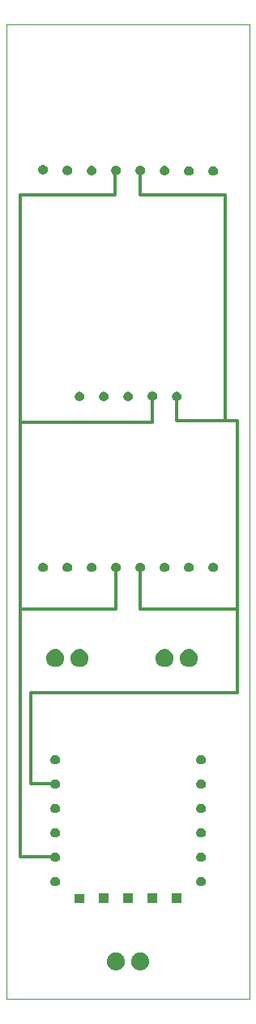
<source format=gtl>
G75*
G71*
%OFA0B0*%
%FSLAX23Y23*%
%IPPOS*%
%LPD*%
%ADD10C,0.1*%
%ADD11C,0.305*%
%LPD*%D10*
X0Y0D02*
X0Y100D01*
X0Y200D01*
X0Y300D01*
X0Y400D01*
X0Y500D01*
X0Y600D01*
X0Y700D01*
X0Y800D01*
X0Y900D01*
X0Y1000D01*
X0Y1100D01*
X0Y1200D01*
X0Y1300D01*
X0Y1400D01*
X0Y1500D01*
X0Y1600D01*
X0Y1700D01*
X0Y1800D01*
X0Y1900D01*
X0Y2000D01*
X0Y2100D01*
X0Y2200D01*
X0Y2300D01*
X0Y2400D01*
X0Y2500D01*
X0Y2600D01*
X0Y2700D01*
X0Y2800D01*
X0Y2900D01*
X0Y3000D01*
X0Y3100D01*
X0Y3200D01*
X0Y3300D01*
X0Y3400D01*
X0Y3500D01*
X0Y3600D01*
X0Y3700D01*
X0Y3800D01*
X0Y3900D01*
X0Y4000D01*
X0Y4100D01*
X0Y4200D01*
X0Y4300D01*
X0Y4400D01*
X0Y4500D01*
X0Y4600D01*
X0Y4700D01*
X0Y4800D01*
X0Y4900D01*
X0Y5000D01*
X0Y5100D01*
X0Y5200D01*
X0Y5300D01*
X0Y5400D01*
X0Y5500D01*
X0Y5600D01*
X0Y5700D01*
X0Y5800D01*
X0Y5900D01*
X0Y6000D01*
X0Y6100D01*
X0Y6200D01*
X0Y6300D01*
X0Y6400D01*
X0Y6500D01*
X0Y6600D01*
X0Y6700D01*
X0Y6800D01*
X0Y6900D01*
X0Y7000D01*
X0Y7100D01*
X0Y7200D01*
X0Y7300D01*
X0Y7400D01*
X0Y7500D01*
X0Y7600D01*
X0Y7700D01*
X0Y7800D01*
X0Y7900D01*
X0Y8000D01*
X0Y8100D01*
X0Y8200D01*
X0Y8300D01*
X0Y8400D01*
X0Y8500D01*
X0Y8600D01*
X0Y8700D01*
X0Y8800D01*
X0Y8900D01*
X0Y9000D01*
X0Y9100D01*
X0Y9200D01*
X0Y9300D01*
X0Y9400D01*
X0Y9500D01*
X0Y9600D01*
X0Y9700D01*
X0Y9800D01*
X0Y9900D01*
X0Y10000D01*
X0Y10100D01*
X0Y10200D01*
X0Y10300D01*
X0Y10400D01*
X0Y10500D01*
X0Y10600D01*
X0Y10700D01*
X0Y10800D01*
X0Y10900D01*
X0Y11000D01*
X0Y11100D01*
X0Y11200D01*
X0Y11300D01*
X0Y11400D01*
X0Y11500D01*
X0Y11600D01*
X0Y11700D01*
X0Y11800D01*
X0Y11900D01*
X0Y12000D01*
X0Y12100D01*
X0Y12200D01*
X0Y12300D01*
X0Y12400D01*
X0Y12500D01*
X0Y12600D01*
X0Y12700D01*
X0Y12800D01*
X0Y12900D01*
X0Y13000D01*
X0Y13100D01*
X0Y13200D01*
X0Y13300D01*
X0Y13400D01*
X0Y13500D01*
X0Y13600D01*
X0Y13700D01*
X0Y13800D01*
X0Y13900D01*
X0Y14000D01*
X0Y14100D01*
X0Y14200D01*
X0Y14300D01*
X0Y14400D01*
X0Y14500D01*
X0Y14600D01*
X0Y14700D01*
X0Y14800D01*
X0Y14900D01*
X0Y15000D01*
X0Y15100D01*
X0Y15200D01*
X0Y15300D01*
X0Y15400D01*
X0Y15500D01*
X0Y15600D01*
X0Y15700D01*
X0Y15800D01*
X0Y15900D01*
X0Y16000D01*
X0Y16100D01*
X0Y16200D01*
X0Y16300D01*
X0Y16400D01*
X0Y16500D01*
X0Y16600D01*
X0Y16700D01*
X0Y16800D01*
X0Y16900D01*
X0Y17000D01*
X0Y17100D01*
X0Y17200D01*
X0Y17300D01*
X0Y17400D01*
X0Y17500D01*
X0Y17600D01*
X0Y17700D01*
X0Y17800D01*
X0Y17900D01*
X0Y18000D01*
X0Y18100D01*
X0Y18200D01*
X0Y18300D01*
X0Y18400D01*
X0Y18500D01*
X0Y18600D01*
X0Y18700D01*
X0Y18800D01*
X0Y18900D01*
X0Y19000D01*
X0Y19100D01*
X0Y19200D01*
X0Y19300D01*
X0Y19400D01*
X0Y19500D01*
X0Y19600D01*
X0Y19700D01*
X0Y19800D01*
X0Y19900D01*
X0Y20000D01*
X0Y20100D01*
X0Y20200D01*
X0Y20300D01*
X0Y20400D01*
X0Y20500D01*
X0Y20600D01*
X0Y20700D01*
X0Y20800D01*
X0Y20900D01*
X0Y21000D01*
X0Y21100D01*
X0Y21200D01*
X0Y21300D01*
X0Y21400D01*
X0Y21500D01*
X0Y21600D01*
X0Y21700D01*
X0Y21800D01*
X0Y21900D01*
X0Y22000D01*
X0Y22100D01*
X0Y22200D01*
X0Y22300D01*
X0Y22400D01*
X0Y22500D01*
X0Y22600D01*
X0Y22700D01*
X0Y22800D01*
X0Y22900D01*
X0Y23000D01*
X0Y23100D01*
X0Y23200D01*
X0Y23300D01*
X0Y23400D01*
X0Y23500D01*
X0Y23600D01*
X0Y23700D01*
X0Y23800D01*
X0Y23900D01*
X0Y24000D01*
X0Y24100D01*
X0Y24200D01*
X0Y24300D01*
X0Y24400D01*
X0Y24500D01*
X0Y24600D01*
X0Y24700D01*
X0Y24800D01*
X0Y24900D01*
X0Y25000D01*
X0Y25100D01*
X0Y25200D01*
X0Y25300D01*
X0Y25400D01*
X0Y25500D01*
X0Y25600D01*
X0Y25700D01*
X0Y25800D01*
X0Y25900D01*
X0Y26000D01*
X0Y26100D01*
X0Y26200D01*
X0Y26300D01*
X0Y26400D01*
X0Y26500D01*
X0Y26600D01*
X0Y26700D01*
X0Y26800D01*
X0Y26900D01*
X0Y27000D01*
X0Y27100D01*
X0Y27200D01*
X0Y27300D01*
X0Y27400D01*
X0Y27500D01*
X0Y27600D01*
X0Y27700D01*
X0Y27800D01*
X0Y27900D01*
X0Y28000D01*
X0Y28100D01*
X0Y28200D01*
X0Y28300D01*
X0Y28400D01*
X0Y28500D01*
X0Y28600D01*
X0Y28700D01*
X0Y28800D01*
X0Y28900D01*
X0Y29000D01*
X0Y29100D01*
X0Y29200D01*
X0Y29300D01*
X0Y29400D01*
X0Y29500D01*
X0Y29600D01*
X0Y29700D01*
X0Y29800D01*
X0Y29900D01*
X0Y30000D01*
X0Y30100D01*
X0Y30200D01*
X0Y30300D01*
X0Y30400D01*
X0Y30500D01*
X0Y30600D01*
X0Y30700D01*
X0Y30800D01*
X0Y30900D01*
X0Y31000D01*
X0Y31100D01*
X0Y31200D01*
X0Y31300D01*
X0Y31400D01*
X0Y31500D01*
X0Y31600D01*
X0Y31700D01*
X0Y31800D01*
X0Y31900D01*
X0Y32000D01*
X0Y32100D01*
X0Y32200D01*
X0Y32300D01*
X0Y32400D01*
X0Y32500D01*
X0Y32600D01*
X0Y32700D01*
X0Y32800D01*
X0Y32900D01*
X0Y33000D01*
X0Y33100D01*
X0Y33200D01*
X0Y33300D01*
X0Y33400D01*
X0Y33500D01*
X0Y33600D01*
X0Y33700D01*
X0Y33800D01*
X0Y33900D01*
X0Y34000D01*
X0Y34100D01*
X0Y34200D01*
X0Y34300D01*
X0Y34400D01*
X0Y34500D01*
X0Y34600D01*
X0Y34700D01*
X0Y34800D01*
X0Y34900D01*
X0Y35000D01*
X0Y35100D01*
X0Y35200D01*
X0Y35300D01*
X0Y35400D01*
X0Y35500D01*
X0Y35600D01*
X0Y35700D01*
X0Y35800D01*
X0Y35900D01*
X0Y36000D01*
X0Y36100D01*
X0Y36200D01*
X0Y36300D01*
X0Y36400D01*
X0Y36500D01*
X0Y36600D01*
X0Y36700D01*
X0Y36800D01*
X0Y36900D01*
X0Y37000D01*
X0Y37100D01*
X0Y37200D01*
X0Y37300D01*
X0Y37400D01*
X0Y37500D01*
X0Y37600D01*
X0Y37700D01*
X0Y37800D01*
X0Y37900D01*
X0Y38000D01*
X0Y38100D01*
X0Y38200D01*
X0Y38300D01*
X0Y38400D01*
X0Y38500D01*
X0Y38600D01*
X0Y38700D01*
X0Y38800D01*
X0Y38900D01*
X0Y39000D01*
X0Y39100D01*
X0Y39200D01*
X0Y39300D01*
X0Y39400D01*
X0Y39500D01*
X0Y39600D01*
X0Y39700D01*
X0Y39800D01*
X0Y39900D01*
X0Y40000D01*
X0Y40100D01*
X0Y40200D01*
X0Y40300D01*
X0Y40400D01*
X0Y40500D01*
X0Y40600D01*
X0Y40700D01*
X0Y40800D01*
X0Y40900D01*
X0Y41000D01*
X0Y41100D01*
X0Y41200D01*
X0Y41300D01*
X0Y41400D01*
X0Y41500D01*
X0Y41600D01*
X0Y41700D01*
X0Y41800D01*
X0Y41900D01*
X0Y42000D01*
X0Y42100D01*
X0Y42200D01*
X0Y42300D01*
X0Y42400D01*
X0Y42500D01*
X0Y42600D01*
X0Y42700D01*
X0Y42800D01*
X0Y42900D01*
X0Y43000D01*
X0Y43100D01*
X0Y43200D01*
X0Y43300D01*
X0Y43400D01*
X0Y43500D01*
X0Y43600D01*
X0Y43700D01*
X0Y43800D01*
X0Y43900D01*
X0Y44000D01*
X0Y44100D01*
X0Y44200D01*
X0Y44300D01*
X0Y44400D01*
X0Y44500D01*
X0Y44600D01*
X0Y44700D01*
X0Y44800D01*
X0Y44900D01*
X0Y45000D01*
X0Y45100D01*
X0Y45200D01*
X0Y45300D01*
X0Y45400D01*
X0Y45500D01*
X0Y45600D01*
X0Y45700D01*
X0Y45800D01*
X0Y45900D01*
X0Y46000D01*
X0Y46100D01*
X0Y46200D01*
X0Y46300D01*
X0Y46400D01*
X0Y46500D01*
X0Y46600D01*
X0Y46700D01*
X0Y46800D01*
X0Y46900D01*
X0Y47000D01*
X0Y47100D01*
X0Y47200D01*
X0Y47300D01*
X0Y47400D01*
X0Y47500D01*
X0Y47600D01*
X0Y47700D01*
X0Y47800D01*
X0Y47900D01*
X0Y48000D01*
X0Y48100D01*
X0Y48200D01*
X0Y48300D01*
X0Y48400D01*
X0Y48500D01*
X0Y48600D01*
X0Y48700D01*
X0Y48800D01*
X0Y48900D01*
X0Y49000D01*
X0Y49100D01*
X0Y49200D01*
X0Y49300D01*
X0Y49400D01*
X0Y49500D01*
X0Y49600D01*
X0Y49700D01*
X0Y49800D01*
X0Y49900D01*
X0Y50000D01*
X0Y50100D01*
X0Y50200D01*
X0Y50300D01*
X0Y50400D01*
X0Y50500D01*
X0Y50600D01*
X0Y50700D01*
X0Y50800D01*
X0Y50900D01*
X0Y51000D01*
X0Y51100D01*
X0Y51200D01*
X0Y51300D01*
X0Y51400D01*
X0Y51500D01*
X0Y51600D01*
X0Y51700D01*
X0Y51800D01*
X0Y51900D01*
X0Y52000D01*
X0Y52100D01*
X0Y52200D01*
X0Y52300D01*
X0Y52400D01*
X0Y52500D01*
X0Y52600D01*
X0Y52700D01*
X0Y52800D01*
X0Y52900D01*
X0Y53000D01*
X0Y53100D01*
X0Y53200D01*
X0Y53300D01*
X0Y53400D01*
X0Y53500D01*
X0Y53600D01*
X0Y53700D01*
X0Y53800D01*
X0Y53900D01*
X0Y54000D01*
X0Y54100D01*
X0Y54200D01*
X0Y54300D01*
X0Y54400D01*
X0Y54500D01*
X0Y54600D01*
X0Y54700D01*
X0Y54800D01*
X0Y54900D01*
X0Y55000D01*
X0Y55100D01*
X0Y55200D01*
X0Y55300D01*
X0Y55400D01*
X0Y55500D01*
X0Y55600D01*
X0Y55700D01*
X0Y55800D01*
X0Y55900D01*
X0Y56000D01*
X0Y56100D01*
X0Y56200D01*
X0Y56300D01*
X0Y56400D01*
X0Y56500D01*
X0Y56600D01*
X0Y56700D01*
X0Y56800D01*
X0Y56900D01*
X0Y57000D01*
X0Y57100D01*
X0Y57200D01*
X0Y57300D01*
X0Y57400D01*
X0Y57500D01*
X0Y57600D01*
X0Y57700D01*
X0Y57800D01*
X0Y57900D01*
X0Y58000D01*
X0Y58100D01*
X0Y58200D01*
X0Y58300D01*
X0Y58400D01*
X0Y58500D01*
X0Y58600D01*
X0Y58700D01*
X0Y58800D01*
X0Y58900D01*
X0Y59000D01*
X0Y59100D01*
X0Y59200D01*
X0Y59300D01*
X0Y59400D01*
X0Y59500D01*
X0Y59600D01*
X0Y59700D01*
X0Y59800D01*
X0Y59900D01*
X0Y60000D01*
X0Y60100D01*
X0Y60200D01*
X0Y60300D01*
X0Y60400D01*
X0Y60500D01*
X0Y60600D01*
X0Y60700D01*
X0Y60800D01*
X0Y60900D01*
X0Y61000D01*
X0Y61100D01*
X0Y61200D01*
X0Y61300D01*
X0Y61400D01*
X0Y61500D01*
X0Y61600D01*
X0Y61700D01*
X0Y61800D01*
X0Y61900D01*
X0Y62000D01*
X0Y62100D01*
X0Y62200D01*
X0Y62300D01*
X0Y62400D01*
X0Y62500D01*
X0Y62600D01*
X0Y62700D01*
X0Y62800D01*
X0Y62900D01*
X0Y63000D01*
X0Y63100D01*
X0Y63200D01*
X0Y63300D01*
X0Y63400D01*
X0Y63500D01*
X0Y63600D01*
X0Y63700D01*
X0Y63800D01*
X0Y63900D01*
X0Y64000D01*
X0Y64100D01*
X0Y64200D01*
X0Y64300D01*
X0Y64400D01*
X0Y64500D01*
X0Y64600D01*
X0Y64700D01*
X0Y64800D01*
X0Y64900D01*
X0Y65000D01*
X0Y65100D01*
X0Y65200D01*
X0Y65300D01*
X0Y65400D01*
X0Y65500D01*
X0Y65600D01*
X0Y65700D01*
X0Y65800D01*
X0Y65900D01*
X0Y66000D01*
X0Y66100D01*
X0Y66200D01*
X0Y66300D01*
X0Y66400D01*
X0Y66500D01*
X0Y66600D01*
X0Y66700D01*
X0Y66800D01*
X0Y66900D01*
X0Y67000D01*
X0Y67100D01*
X0Y67200D01*
X0Y67300D01*
X0Y67400D01*
X0Y67500D01*
X0Y67600D01*
X0Y67700D01*
X0Y67800D01*
X0Y67900D01*
X0Y68000D01*
X0Y68100D01*
X0Y68200D01*
X0Y68300D01*
X0Y68400D01*
X0Y68500D01*
X0Y68600D01*
X0Y68700D01*
X0Y68800D01*
X0Y68900D01*
X0Y69000D01*
X0Y69100D01*
X0Y69200D01*
X0Y69300D01*
X0Y69400D01*
X0Y69500D01*
X0Y69600D01*
X0Y69700D01*
X0Y69800D01*
X0Y69900D01*
X0Y70000D01*
X0Y70100D01*
X0Y70200D01*
X0Y70300D01*
X0Y70400D01*
X0Y70500D01*
X0Y70600D01*
X0Y70700D01*
X0Y70800D01*
X0Y70900D01*
X0Y71000D01*
X0Y71100D01*
X0Y71200D01*
X0Y71300D01*
X0Y71400D01*
X0Y71500D01*
X0Y71600D01*
X0Y71700D01*
X0Y71800D01*
X0Y71900D01*
X0Y72000D01*
X0Y72100D01*
X0Y72200D01*
X0Y72300D01*
X0Y72400D01*
X0Y72500D01*
X0Y72600D01*
X0Y72700D01*
X0Y72800D01*
X0Y72900D01*
X0Y73000D01*
X0Y73100D01*
X0Y73200D01*
X0Y73300D01*
X0Y73400D01*
X0Y73500D01*
X0Y73600D01*
X0Y73700D01*
X0Y73800D01*
X0Y73900D01*
X0Y74000D01*
X0Y74100D01*
X0Y74200D01*
X0Y74300D01*
X0Y74400D01*
X0Y74500D01*
X0Y74600D01*
X0Y74700D01*
X0Y74800D01*
X0Y74900D01*
X0Y75000D01*
X0Y75100D01*
X0Y75200D01*
X0Y75300D01*
X0Y75400D01*
X0Y75500D01*
X0Y75600D01*
X0Y75700D01*
X0Y75800D01*
X0Y75900D01*
X0Y76000D01*
X0Y76100D01*
X0Y76200D01*
X0Y76300D01*
X0Y76400D01*
X0Y76500D01*
X0Y76600D01*
X0Y76700D01*
X0Y76800D01*
X0Y76900D01*
X0Y77000D01*
X0Y77100D01*
X0Y77200D01*
X0Y77300D01*
X0Y77400D01*
X0Y77500D01*
X0Y77600D01*
X0Y77700D01*
X0Y77800D01*
X0Y77900D01*
X0Y78000D01*
X0Y78100D01*
X0Y78200D01*
X0Y78300D01*
X0Y78400D01*
X0Y78500D01*
X0Y78600D01*
X0Y78700D01*
X0Y78800D01*
X0Y78900D01*
X0Y79000D01*
X0Y79100D01*
X0Y79200D01*
X0Y79300D01*
X0Y79400D01*
X0Y79500D01*
X0Y79600D01*
X0Y79700D01*
X0Y79800D01*
X0Y79900D01*
X0Y80000D01*
X0Y80100D01*
X0Y80200D01*
X0Y80300D01*
X0Y80400D01*
X0Y80500D01*
X0Y80600D01*
X0Y80700D01*
X0Y80800D01*
X0Y80900D01*
X0Y81000D01*
X0Y81100D01*
X0Y81200D01*
X0Y81300D01*
X0Y81400D01*
X0Y81500D01*
X0Y81600D01*
X0Y81700D01*
X0Y81800D01*
X0Y81900D01*
X0Y82000D01*
X0Y82100D01*
X0Y82200D01*
X0Y82300D01*
X0Y82400D01*
X0Y82500D01*
X0Y82600D01*
X0Y82700D01*
X0Y82800D01*
X0Y82900D01*
X0Y83000D01*
X0Y83100D01*
X0Y83200D01*
X0Y83300D01*
X0Y83400D01*
X0Y83500D01*
X0Y83600D01*
X0Y83700D01*
X0Y83800D01*
X0Y83900D01*
X0Y84000D01*
X0Y84100D01*
X0Y84200D01*
X0Y84300D01*
X0Y84400D01*
X0Y84500D01*
X0Y84600D01*
X0Y84700D01*
X0Y84800D01*
X0Y84900D01*
X0Y85000D01*
X0Y85100D01*
X0Y85200D01*
X0Y85300D01*
X0Y85400D01*
X0Y85500D01*
X0Y85600D01*
X0Y85700D01*
X0Y85800D01*
X0Y85900D01*
X0Y86000D01*
X0Y86100D01*
X0Y86200D01*
X0Y86300D01*
X0Y86400D01*
X0Y86500D01*
X0Y86600D01*
X0Y86700D01*
X0Y86800D01*
X0Y86900D01*
X0Y87000D01*
X0Y87100D01*
X0Y87200D01*
X0Y87300D01*
X0Y87400D01*
X0Y87500D01*
X0Y87600D01*
X0Y87700D01*
X0Y87800D01*
X0Y87900D01*
X0Y88000D01*
X0Y88100D01*
X0Y88200D01*
X0Y88300D01*
X0Y88400D01*
X0Y88500D01*
X0Y88600D01*
X0Y88700D01*
X0Y88800D01*
X0Y88900D01*
X0Y89000D01*
X0Y89100D01*
X0Y89200D01*
X0Y89300D01*
X0Y89400D01*
X0Y89500D01*
X0Y89600D01*
X0Y89700D01*
X0Y89800D01*
X0Y89900D01*
X0Y90000D01*
X0Y90100D01*
X0Y90200D01*
X0Y90300D01*
X0Y90400D01*
X0Y90500D01*
X0Y90600D01*
X0Y90700D01*
X0Y90800D01*
X0Y90900D01*
X0Y91000D01*
X0Y91100D01*
X0Y91200D01*
X0Y91300D01*
X0Y91400D01*
X0Y91500D01*
X0Y91600D01*
X0Y91700D01*
X0Y91800D01*
X0Y91900D01*
X0Y92000D01*
X0Y92100D01*
X0Y92200D01*
X0Y92300D01*
X0Y92400D01*
X0Y92500D01*
X0Y92600D01*
X0Y92700D01*
X0Y92800D01*
X0Y92900D01*
X0Y93000D01*
X0Y93100D01*
X0Y93200D01*
X0Y93300D01*
X0Y93400D01*
X0Y93500D01*
X0Y93600D01*
X0Y93700D01*
X0Y93800D01*
X0Y93900D01*
X0Y94000D01*
X0Y94100D01*
X0Y94200D01*
X0Y94300D01*
X0Y94400D01*
X0Y94500D01*
X0Y94600D01*
X0Y94700D01*
X0Y94800D01*
X0Y94900D01*
X0Y95000D01*
X0Y95100D01*
X0Y95200D01*
X0Y95300D01*
X0Y95400D01*
X0Y95500D01*
X0Y95600D01*
X0Y95700D01*
X0Y95800D01*
X0Y95900D01*
X0Y96000D01*
X0Y96100D01*
X0Y96200D01*
X0Y96300D01*
X0Y96400D01*
X0Y96500D01*
X0Y96600D01*
X0Y96700D01*
X0Y96800D01*
X0Y96900D01*
X0Y97000D01*
X0Y97100D01*
X0Y97200D01*
X0Y97300D01*
X0Y97400D01*
X0Y97500D01*
X0Y97600D01*
X0Y97700D01*
X0Y97800D01*
X0Y97900D01*
X0Y98000D01*
X0Y98100D01*
X0Y98200D01*
X0Y98300D01*
X0Y98400D01*
X0Y98500D01*
X0Y98600D01*
X0Y98700D01*
X0Y98800D01*
X0Y98900D01*
X0Y99000D01*
X0Y99100D01*
X0Y99200D01*
X0Y99300D01*
X0Y99400D01*
X0Y99500D01*
X0Y99600D01*
X0Y99700D01*
X0Y99800D01*
X0Y99900D01*
X0Y100000D01*
X0Y100100D01*
X0Y100200D01*
X0Y100300D01*
X0Y100400D01*
X0Y100500D01*
X0Y100600D01*
X0Y100700D01*
X0Y100800D01*
X0Y100900D01*
X0Y101000D01*
X0Y101100D01*
X0Y101200D01*
X0Y101300D01*
X0Y101400D01*
X0Y101500D01*
X0Y101600D01*
X100Y101600D01*
X200Y101600D01*
X300Y101600D01*
X400Y101600D01*
X500Y101600D01*
X600Y101600D01*
X700Y101600D01*
X800Y101600D01*
X900Y101600D01*
X1000Y101600D01*
X1100Y101600D01*
X1200Y101600D01*
X1300Y101600D01*
X1400Y101600D01*
X1500Y101600D01*
X1600Y101600D01*
X1700Y101600D01*
X1800Y101600D01*
X1900Y101600D01*
X2000Y101600D01*
X2100Y101600D01*
X2200Y101600D01*
X2300Y101600D01*
X2400Y101600D01*
X2500Y101600D01*
X2600Y101600D01*
X2700Y101600D01*
X2800Y101600D01*
X2900Y101600D01*
X3000Y101600D01*
X3100Y101600D01*
X3200Y101600D01*
X3300Y101600D01*
X3400Y101600D01*
X3500Y101600D01*
X3600Y101600D01*
X3700Y101600D01*
X3800Y101600D01*
X3900Y101600D01*
X4000Y101600D01*
X4100Y101600D01*
X4200Y101600D01*
X4300Y101600D01*
X4400Y101600D01*
X4500Y101600D01*
X4600Y101600D01*
X4700Y101600D01*
X4800Y101600D01*
X4900Y101600D01*
X5000Y101600D01*
X5100Y101600D01*
X5200Y101600D01*
X5300Y101600D01*
X5400Y101600D01*
X5500Y101600D01*
X5600Y101600D01*
X5700Y101600D01*
X5800Y101600D01*
X5900Y101600D01*
X6000Y101600D01*
X6100Y101600D01*
X6200Y101600D01*
X6300Y101600D01*
X6400Y101600D01*
X6500Y101600D01*
X6600Y101600D01*
X6700Y101600D01*
X6800Y101600D01*
X6900Y101600D01*
X7000Y101600D01*
X7100Y101600D01*
X7200Y101600D01*
X7300Y101600D01*
X7400Y101600D01*
X7500Y101600D01*
X7600Y101600D01*
X7700Y101600D01*
X7800Y101600D01*
X7900Y101600D01*
X8000Y101600D01*
X8100Y101600D01*
X8200Y101600D01*
X8300Y101600D01*
X8400Y101600D01*
X8500Y101600D01*
X8600Y101600D01*
X8700Y101600D01*
X8800Y101600D01*
X8900Y101600D01*
X9000Y101600D01*
X9100Y101600D01*
X9200Y101600D01*
X9300Y101600D01*
X9400Y101600D01*
X9500Y101600D01*
X9600Y101600D01*
X9700Y101600D01*
X9800Y101600D01*
X9900Y101600D01*
X10000Y101600D01*
X10100Y101600D01*
X10200Y101600D01*
X10300Y101600D01*
X10400Y101600D01*
X10500Y101600D01*
X10600Y101600D01*
X10700Y101600D01*
X10800Y101600D01*
X10900Y101600D01*
X11000Y101600D01*
X11100Y101600D01*
X11200Y101600D01*
X11300Y101600D01*
X11400Y101600D01*
X11500Y101600D01*
X11600Y101600D01*
X11700Y101600D01*
X11800Y101600D01*
X11900Y101600D01*
X12000Y101600D01*
X12100Y101600D01*
X12200Y101600D01*
X12300Y101600D01*
X12400Y101600D01*
X12500Y101600D01*
X12600Y101600D01*
X12700Y101600D01*
X12800Y101600D01*
X12900Y101600D01*
X13000Y101600D01*
X13100Y101600D01*
X13200Y101600D01*
X13300Y101600D01*
X13400Y101600D01*
X13500Y101600D01*
X13600Y101600D01*
X13700Y101600D01*
X13800Y101600D01*
X13900Y101600D01*
X14000Y101600D01*
X14100Y101600D01*
X14200Y101600D01*
X14300Y101600D01*
X14400Y101600D01*
X14500Y101600D01*
X14600Y101600D01*
X14700Y101600D01*
X14800Y101600D01*
X14900Y101600D01*
X15000Y101600D01*
X15100Y101600D01*
X15200Y101600D01*
X15300Y101600D01*
X15400Y101600D01*
X15500Y101600D01*
X15600Y101600D01*
X15700Y101600D01*
X15800Y101600D01*
X15900Y101600D01*
X16000Y101600D01*
X16100Y101600D01*
X16200Y101600D01*
X16300Y101600D01*
X16400Y101600D01*
X16500Y101600D01*
X16600Y101600D01*
X16700Y101600D01*
X16800Y101600D01*
X16900Y101600D01*
X17000Y101600D01*
X17100Y101600D01*
X17200Y101600D01*
X17300Y101600D01*
X17400Y101600D01*
X17500Y101600D01*
X17600Y101600D01*
X17700Y101600D01*
X17800Y101600D01*
X17900Y101600D01*
X18000Y101600D01*
X18100Y101600D01*
X18200Y101600D01*
X18300Y101600D01*
X18400Y101600D01*
X18500Y101600D01*
X18600Y101600D01*
X18700Y101600D01*
X18800Y101600D01*
X18900Y101600D01*
X19000Y101600D01*
X19100Y101600D01*
X19200Y101600D01*
X19300Y101600D01*
X19400Y101600D01*
X19500Y101600D01*
X19600Y101600D01*
X19700Y101600D01*
X19800Y101600D01*
X19900Y101600D01*
X20000Y101600D01*
X20100Y101600D01*
X20200Y101600D01*
X20300Y101600D01*
X20400Y101600D01*
X20500Y101600D01*
X20600Y101600D01*
X20700Y101600D01*
X20800Y101600D01*
X20900Y101600D01*
X21000Y101600D01*
X21100Y101600D01*
X21200Y101600D01*
X21300Y101600D01*
X21400Y101600D01*
X21500Y101600D01*
X21600Y101600D01*
X21700Y101600D01*
X21800Y101600D01*
X21900Y101600D01*
X22000Y101600D01*
X22100Y101600D01*
X22200Y101600D01*
X22300Y101600D01*
X22400Y101600D01*
X22500Y101600D01*
X22600Y101600D01*
X22700Y101600D01*
X22800Y101600D01*
X22900Y101600D01*
X23000Y101600D01*
X23100Y101600D01*
X23200Y101600D01*
X23300Y101600D01*
X23400Y101600D01*
X23500Y101600D01*
X23600Y101600D01*
X23700Y101600D01*
X23800Y101600D01*
X23900Y101600D01*
X24000Y101600D01*
X24100Y101600D01*
X24200Y101600D01*
X24300Y101600D01*
X24400Y101600D01*
X24500Y101600D01*
X24600Y101600D01*
X24700Y101600D01*
X24800Y101600D01*
X24900Y101600D01*
X25000Y101600D01*
X25100Y101600D01*
X25200Y101600D01*
X25300Y101600D01*
X25400Y101600D01*
X25400Y101500D01*
X25400Y101400D01*
X25400Y101300D01*
X25400Y101200D01*
X25400Y101100D01*
X25400Y101000D01*
X25400Y100900D01*
X25400Y100800D01*
X25400Y100700D01*
X25400Y100600D01*
X25400Y100500D01*
X25400Y100400D01*
X25400Y100300D01*
X25400Y100200D01*
X25400Y100100D01*
X25400Y100000D01*
X25400Y99900D01*
X25400Y99800D01*
X25400Y99700D01*
X25400Y99600D01*
X25400Y99500D01*
X25400Y99400D01*
X25400Y99300D01*
X25400Y99200D01*
X25400Y99100D01*
X25400Y99000D01*
X25400Y98900D01*
X25400Y98800D01*
X25400Y98700D01*
X25400Y98600D01*
X25400Y98500D01*
X25400Y98400D01*
X25400Y98300D01*
X25400Y98200D01*
X25400Y98100D01*
X25400Y98000D01*
X25400Y97900D01*
X25400Y97800D01*
X25400Y97700D01*
X25400Y97600D01*
X25400Y97500D01*
X25400Y97400D01*
X25400Y97300D01*
X25400Y97200D01*
X25400Y97100D01*
X25400Y97000D01*
X25400Y96900D01*
X25400Y96800D01*
X25400Y96700D01*
X25400Y96600D01*
X25400Y96500D01*
X25400Y96400D01*
X25400Y96300D01*
X25400Y96200D01*
X25400Y96100D01*
X25400Y96000D01*
X25400Y95900D01*
X25400Y95800D01*
X25400Y95700D01*
X25400Y95600D01*
X25400Y95500D01*
X25400Y95400D01*
X25400Y95300D01*
X25400Y95200D01*
X25400Y95100D01*
X25400Y95000D01*
X25400Y94900D01*
X25400Y94800D01*
X25400Y94700D01*
X25400Y94600D01*
X25400Y94500D01*
X25400Y94400D01*
X25400Y94300D01*
X25400Y94200D01*
X25400Y94100D01*
X25400Y94000D01*
X25400Y93900D01*
X25400Y93800D01*
X25400Y93700D01*
X25400Y93600D01*
X25400Y93500D01*
X25400Y93400D01*
X25400Y93300D01*
X25400Y93200D01*
X25400Y93100D01*
X25400Y93000D01*
X25400Y92900D01*
X25400Y92800D01*
X25400Y92700D01*
X25400Y92600D01*
X25400Y92500D01*
X25400Y92400D01*
X25400Y92300D01*
X25400Y92200D01*
X25400Y92100D01*
X25400Y92000D01*
X25400Y91900D01*
X25400Y91800D01*
X25400Y91700D01*
X25400Y91600D01*
X25400Y91500D01*
X25400Y91400D01*
X25400Y91300D01*
X25400Y91200D01*
X25400Y91100D01*
X25400Y91000D01*
X25400Y90900D01*
X25400Y90800D01*
X25400Y90700D01*
X25400Y90600D01*
X25400Y90500D01*
X25400Y90400D01*
X25400Y90300D01*
X25400Y90200D01*
X25400Y90100D01*
X25400Y90000D01*
X25400Y89900D01*
X25400Y89800D01*
X25400Y89700D01*
X25400Y89600D01*
X25400Y89500D01*
X25400Y89400D01*
X25400Y89300D01*
X25400Y89200D01*
X25400Y89100D01*
X25400Y89000D01*
X25400Y88900D01*
X25400Y88800D01*
X25400Y88700D01*
X25400Y88600D01*
X25400Y88500D01*
X25400Y88400D01*
X25400Y88300D01*
X25400Y88200D01*
X25400Y88100D01*
X25400Y88000D01*
X25400Y87900D01*
X25400Y87800D01*
X25400Y87700D01*
X25400Y87600D01*
X25400Y87500D01*
X25400Y87400D01*
X25400Y87300D01*
X25400Y87200D01*
X25400Y87100D01*
X25400Y87000D01*
X25400Y86900D01*
X25400Y86800D01*
X25400Y86700D01*
X25400Y86600D01*
X25400Y86500D01*
X25400Y86400D01*
X25400Y86300D01*
X25400Y86200D01*
X25400Y86100D01*
X25400Y86000D01*
X25400Y85900D01*
X25400Y85800D01*
X25400Y85700D01*
X25400Y85600D01*
X25400Y85500D01*
X25400Y85400D01*
X25400Y85300D01*
X25400Y85200D01*
X25400Y85100D01*
X25400Y85000D01*
X25400Y84900D01*
X25400Y84800D01*
X25400Y84700D01*
X25400Y84600D01*
X25400Y84500D01*
X25400Y84400D01*
X25400Y84300D01*
X25400Y84200D01*
X25400Y84100D01*
X25400Y84000D01*
X25400Y83900D01*
X25400Y83800D01*
X25400Y83700D01*
X25400Y83600D01*
X25400Y83500D01*
X25400Y83400D01*
X25400Y83300D01*
X25400Y83200D01*
X25400Y83100D01*
X25400Y83000D01*
X25400Y82900D01*
X25400Y82800D01*
X25400Y82700D01*
X25400Y82600D01*
X25400Y82500D01*
X25400Y82400D01*
X25400Y82300D01*
X25400Y82200D01*
X25400Y82100D01*
X25400Y82000D01*
X25400Y81900D01*
X25400Y81800D01*
X25400Y81700D01*
X25400Y81600D01*
X25400Y81500D01*
X25400Y81400D01*
X25400Y81300D01*
X25400Y81200D01*
X25400Y81100D01*
X25400Y81000D01*
X25400Y80900D01*
X25400Y80800D01*
X25400Y80700D01*
X25400Y80600D01*
X25400Y80500D01*
X25400Y80400D01*
X25400Y80300D01*
X25400Y80200D01*
X25400Y80100D01*
X25400Y80000D01*
X25400Y79900D01*
X25400Y79800D01*
X25400Y79700D01*
X25400Y79600D01*
X25400Y79500D01*
X25400Y79400D01*
X25400Y79300D01*
X25400Y79200D01*
X25400Y79100D01*
X25400Y79000D01*
X25400Y78900D01*
X25400Y78800D01*
X25400Y78700D01*
X25400Y78600D01*
X25400Y78500D01*
X25400Y78400D01*
X25400Y78300D01*
X25400Y78200D01*
X25400Y78100D01*
X25400Y78000D01*
X25400Y77900D01*
X25400Y77800D01*
X25400Y77700D01*
X25400Y77600D01*
X25400Y77500D01*
X25400Y77400D01*
X25400Y77300D01*
X25400Y77200D01*
X25400Y77100D01*
X25400Y77000D01*
X25400Y76900D01*
X25400Y76800D01*
X25400Y76700D01*
X25400Y76600D01*
X25400Y76500D01*
X25400Y76400D01*
X25400Y76300D01*
X25400Y76200D01*
X25400Y76100D01*
X25400Y76000D01*
X25400Y75900D01*
X25400Y75800D01*
X25400Y75700D01*
X25400Y75600D01*
X25400Y75500D01*
X25400Y75400D01*
X25400Y75300D01*
X25400Y75200D01*
X25400Y75100D01*
X25400Y75000D01*
X25400Y74900D01*
X25400Y74800D01*
X25400Y74700D01*
X25400Y74600D01*
X25400Y74500D01*
X25400Y74400D01*
X25400Y74300D01*
X25400Y74200D01*
X25400Y74100D01*
X25400Y74000D01*
X25400Y73900D01*
X25400Y73800D01*
X25400Y73700D01*
X25400Y73600D01*
X25400Y73500D01*
X25400Y73400D01*
X25400Y73300D01*
X25400Y73200D01*
X25400Y73100D01*
X25400Y73000D01*
X25400Y72900D01*
X25400Y72800D01*
X25400Y72700D01*
X25400Y72600D01*
X25400Y72500D01*
X25400Y72400D01*
X25400Y72300D01*
X25400Y72200D01*
X25400Y72100D01*
X25400Y72000D01*
X25400Y71900D01*
X25400Y71800D01*
X25400Y71700D01*
X25400Y71600D01*
X25400Y71500D01*
X25400Y71400D01*
X25400Y71300D01*
X25400Y71200D01*
X25400Y71100D01*
X25400Y71000D01*
X25400Y70900D01*
X25400Y70800D01*
X25400Y70700D01*
X25400Y70600D01*
X25400Y70500D01*
X25400Y70400D01*
X25400Y70300D01*
X25400Y70200D01*
X25400Y70100D01*
X25400Y70000D01*
X25400Y69900D01*
X25400Y69800D01*
X25400Y69700D01*
X25400Y69600D01*
X25400Y69500D01*
X25400Y69400D01*
X25400Y69300D01*
X25400Y69200D01*
X25400Y69100D01*
X25400Y69000D01*
X25400Y68900D01*
X25400Y68800D01*
X25400Y68700D01*
X25400Y68600D01*
X25400Y68500D01*
X25400Y68400D01*
X25400Y68300D01*
X25400Y68200D01*
X25400Y68100D01*
X25400Y68000D01*
X25400Y67900D01*
X25400Y67800D01*
X25400Y67700D01*
X25400Y67600D01*
X25400Y67500D01*
X25400Y67400D01*
X25400Y67300D01*
X25400Y67200D01*
X25400Y67100D01*
X25400Y67000D01*
X25400Y66900D01*
X25400Y66800D01*
X25400Y66700D01*
X25400Y66600D01*
X25400Y66500D01*
X25400Y66400D01*
X25400Y66300D01*
X25400Y66200D01*
X25400Y66100D01*
X25400Y66000D01*
X25400Y65900D01*
X25400Y65800D01*
X25400Y65700D01*
X25400Y65600D01*
X25400Y65500D01*
X25400Y65400D01*
X25400Y65300D01*
X25400Y65200D01*
X25400Y65100D01*
X25400Y65000D01*
X25400Y64900D01*
X25400Y64800D01*
X25400Y64700D01*
X25400Y64600D01*
X25400Y64500D01*
X25400Y64400D01*
X25400Y64300D01*
X25400Y64200D01*
X25400Y64100D01*
X25400Y64000D01*
X25400Y63900D01*
X25400Y63800D01*
X25400Y63700D01*
X25400Y63600D01*
X25400Y63500D01*
X25400Y63400D01*
X25400Y63300D01*
X25400Y63200D01*
X25400Y63100D01*
X25400Y63000D01*
X25400Y62900D01*
X25400Y62800D01*
X25400Y62700D01*
X25400Y62600D01*
X25400Y62500D01*
X25400Y62400D01*
X25400Y62300D01*
X25400Y62200D01*
X25400Y62100D01*
X25400Y62000D01*
X25400Y61900D01*
X25400Y61800D01*
X25400Y61700D01*
X25400Y61600D01*
X25400Y61500D01*
X25400Y61400D01*
X25400Y61300D01*
X25400Y61200D01*
X25400Y61100D01*
X25400Y61000D01*
X25400Y60900D01*
X25400Y60800D01*
X25400Y60700D01*
X25400Y60600D01*
X25400Y60500D01*
X25400Y60400D01*
X25400Y60300D01*
X25400Y60200D01*
X25400Y60100D01*
X25400Y60000D01*
X25400Y59900D01*
X25400Y59800D01*
X25400Y59700D01*
X25400Y59600D01*
X25400Y59500D01*
X25400Y59400D01*
X25400Y59300D01*
X25400Y59200D01*
X25400Y59100D01*
X25400Y59000D01*
X25400Y58900D01*
X25400Y58800D01*
X25400Y58700D01*
X25400Y58600D01*
X25400Y58500D01*
X25400Y58400D01*
X25400Y58300D01*
X25400Y58200D01*
X25400Y58100D01*
X25400Y58000D01*
X25400Y57900D01*
X25400Y57800D01*
X25400Y57700D01*
X25400Y57600D01*
X25400Y57500D01*
X25400Y57400D01*
X25400Y57300D01*
X25400Y57200D01*
X25400Y57100D01*
X25400Y57000D01*
X25400Y56900D01*
X25400Y56800D01*
X25400Y56700D01*
X25400Y56600D01*
X25400Y56500D01*
X25400Y56400D01*
X25400Y56300D01*
X25400Y56200D01*
X25400Y56100D01*
X25400Y56000D01*
X25400Y55900D01*
X25400Y55800D01*
X25400Y55700D01*
X25400Y55600D01*
X25400Y55500D01*
X25400Y55400D01*
X25400Y55300D01*
X25400Y55200D01*
X25400Y55100D01*
X25400Y55000D01*
X25400Y54900D01*
X25400Y54800D01*
X25400Y54700D01*
X25400Y54600D01*
X25400Y54500D01*
X25400Y54400D01*
X25400Y54300D01*
X25400Y54200D01*
X25400Y54100D01*
X25400Y54000D01*
X25400Y53900D01*
X25400Y53800D01*
X25400Y53700D01*
X25400Y53600D01*
X25400Y53500D01*
X25400Y53400D01*
X25400Y53300D01*
X25400Y53200D01*
X25400Y53100D01*
X25400Y53000D01*
X25400Y52900D01*
X25400Y52800D01*
X25400Y52700D01*
X25400Y52600D01*
X25400Y52500D01*
X25400Y52400D01*
X25400Y52300D01*
X25400Y52200D01*
X25400Y52100D01*
X25400Y52000D01*
X25400Y51900D01*
X25400Y51800D01*
X25400Y51700D01*
X25400Y51600D01*
X25400Y51500D01*
X25400Y51400D01*
X25400Y51300D01*
X25400Y51200D01*
X25400Y51100D01*
X25400Y51000D01*
X25400Y50900D01*
X25400Y50800D01*
X25400Y50700D01*
X25400Y50600D01*
X25400Y50500D01*
X25400Y50400D01*
X25400Y50300D01*
X25400Y50200D01*
X25400Y50100D01*
X25400Y50000D01*
X25400Y49900D01*
X25400Y49800D01*
X25400Y49700D01*
X25400Y49600D01*
X25400Y49500D01*
X25400Y49400D01*
X25400Y49300D01*
X25400Y49200D01*
X25400Y49100D01*
X25400Y49000D01*
X25400Y48900D01*
X25400Y48800D01*
X25400Y48700D01*
X25400Y48600D01*
X25400Y48500D01*
X25400Y48400D01*
X25400Y48300D01*
X25400Y48200D01*
X25400Y48100D01*
X25400Y48000D01*
X25400Y47900D01*
X25400Y47800D01*
X25400Y47700D01*
X25400Y47600D01*
X25400Y47500D01*
X25400Y47400D01*
X25400Y47300D01*
X25400Y47200D01*
X25400Y47100D01*
X25400Y47000D01*
X25400Y46900D01*
X25400Y46800D01*
X25400Y46700D01*
X25400Y46600D01*
X25400Y46500D01*
X25400Y46400D01*
X25400Y46300D01*
X25400Y46200D01*
X25400Y46100D01*
X25400Y46000D01*
X25400Y45900D01*
X25400Y45800D01*
X25400Y45700D01*
X25400Y45600D01*
X25400Y45500D01*
X25400Y45400D01*
X25400Y45300D01*
X25400Y45200D01*
X25400Y45100D01*
X25400Y45000D01*
X25400Y44900D01*
X25400Y44800D01*
X25400Y44700D01*
X25400Y44600D01*
X25400Y44500D01*
X25400Y44400D01*
X25400Y44300D01*
X25400Y44200D01*
X25400Y44100D01*
X25400Y44000D01*
X25400Y43900D01*
X25400Y43800D01*
X25400Y43700D01*
X25400Y43600D01*
X25400Y43500D01*
X25400Y43400D01*
X25400Y43300D01*
X25400Y43200D01*
X25400Y43100D01*
X25400Y43000D01*
X25400Y42900D01*
X25400Y42800D01*
X25400Y42700D01*
X25400Y42600D01*
X25400Y42500D01*
X25400Y42400D01*
X25400Y42300D01*
X25400Y42200D01*
X25400Y42100D01*
X25400Y42000D01*
X25400Y41900D01*
X25400Y41800D01*
X25400Y41700D01*
X25400Y41600D01*
X25400Y41500D01*
X25400Y41400D01*
X25400Y41300D01*
X25400Y41200D01*
X25400Y41100D01*
X25400Y41000D01*
X25400Y40900D01*
X25400Y40800D01*
X25400Y40700D01*
X25400Y40600D01*
X25400Y40500D01*
X25400Y40400D01*
X25400Y40300D01*
X25400Y40200D01*
X25400Y40100D01*
X25400Y40000D01*
X25400Y39900D01*
X25400Y39800D01*
X25400Y39700D01*
X25400Y39600D01*
X25400Y39500D01*
X25400Y39400D01*
X25400Y39300D01*
X25400Y39200D01*
X25400Y39100D01*
X25400Y39000D01*
X25400Y38900D01*
X25400Y38800D01*
X25400Y38700D01*
X25400Y38600D01*
X25400Y38500D01*
X25400Y38400D01*
X25400Y38300D01*
X25400Y38200D01*
X25400Y38100D01*
X25400Y38000D01*
X25400Y37900D01*
X25400Y37800D01*
X25400Y37700D01*
X25400Y37600D01*
X25400Y37500D01*
X25400Y37400D01*
X25400Y37300D01*
X25400Y37200D01*
X25400Y37100D01*
X25400Y37000D01*
X25400Y36900D01*
X25400Y36800D01*
X25400Y36700D01*
X25400Y36600D01*
X25400Y36500D01*
X25400Y36400D01*
X25400Y36300D01*
X25400Y36200D01*
X25400Y36100D01*
X25400Y36000D01*
X25400Y35900D01*
X25400Y35800D01*
X25400Y35700D01*
X25400Y35600D01*
X25400Y35500D01*
X25400Y35400D01*
X25400Y35300D01*
X25400Y35200D01*
X25400Y35100D01*
X25400Y35000D01*
X25400Y34900D01*
X25400Y34800D01*
X25400Y34700D01*
X25400Y34600D01*
X25400Y34500D01*
X25400Y34400D01*
X25400Y34300D01*
X25400Y34200D01*
X25400Y34100D01*
X25400Y34000D01*
X25400Y33900D01*
X25400Y33800D01*
X25400Y33700D01*
X25400Y33600D01*
X25400Y33500D01*
X25400Y33400D01*
X25400Y33300D01*
X25400Y33200D01*
X25400Y33100D01*
X25400Y33000D01*
X25400Y32900D01*
X25400Y32800D01*
X25400Y32700D01*
X25400Y32600D01*
X25400Y32500D01*
X25400Y32400D01*
X25400Y32300D01*
X25400Y32200D01*
X25400Y32100D01*
X25400Y32000D01*
X25400Y31900D01*
X25400Y31800D01*
X25400Y31700D01*
X25400Y31600D01*
X25400Y31500D01*
X25400Y31400D01*
X25400Y31300D01*
X25400Y31200D01*
X25400Y31100D01*
X25400Y31000D01*
X25400Y30900D01*
X25400Y30800D01*
X25400Y30700D01*
X25400Y30600D01*
X25400Y30500D01*
X25400Y30400D01*
X25400Y30300D01*
X25400Y30200D01*
X25400Y30100D01*
X25400Y30000D01*
X25400Y29900D01*
X25400Y29800D01*
X25400Y29700D01*
X25400Y29600D01*
X25400Y29500D01*
X25400Y29400D01*
X25400Y29300D01*
X25400Y29200D01*
X25400Y29100D01*
X25400Y29000D01*
X25400Y28900D01*
X25400Y28800D01*
X25400Y28700D01*
X25400Y28600D01*
X25400Y28500D01*
X25400Y28400D01*
X25400Y28300D01*
X25400Y28200D01*
X25400Y28100D01*
X25400Y28000D01*
X25400Y27900D01*
X25400Y27800D01*
X25400Y27700D01*
X25400Y27600D01*
X25400Y27500D01*
X25400Y27400D01*
X25400Y27300D01*
X25400Y27200D01*
X25400Y27100D01*
X25400Y27000D01*
X25400Y26900D01*
X25400Y26800D01*
X25400Y26700D01*
X25400Y26600D01*
X25400Y26500D01*
X25400Y26400D01*
X25400Y26300D01*
X25400Y26200D01*
X25400Y26100D01*
X25400Y26000D01*
X25400Y25900D01*
X25400Y25800D01*
X25400Y25700D01*
X25400Y25600D01*
X25400Y25500D01*
X25400Y25400D01*
X25400Y25300D01*
X25400Y25200D01*
X25400Y25100D01*
X25400Y25000D01*
X25400Y24900D01*
X25400Y24800D01*
X25400Y24700D01*
X25400Y24600D01*
X25400Y24500D01*
X25400Y24400D01*
X25400Y24300D01*
X25400Y24200D01*
X25400Y24100D01*
X25400Y24000D01*
X25400Y23900D01*
X25400Y23800D01*
X25400Y23700D01*
X25400Y23600D01*
X25400Y23500D01*
X25400Y23400D01*
X25400Y23300D01*
X25400Y23200D01*
X25400Y23100D01*
X25400Y23000D01*
X25400Y22900D01*
X25400Y22800D01*
X25400Y22700D01*
X25400Y22600D01*
X25400Y22500D01*
X25400Y22400D01*
X25400Y22300D01*
X25400Y22200D01*
X25400Y22100D01*
X25400Y22000D01*
X25400Y21900D01*
X25400Y21800D01*
X25400Y21700D01*
X25400Y21600D01*
X25400Y21500D01*
X25400Y21400D01*
X25400Y21300D01*
X25400Y21200D01*
X25400Y21100D01*
X25400Y21000D01*
X25400Y20900D01*
X25400Y20800D01*
X25400Y20700D01*
X25400Y20600D01*
X25400Y20500D01*
X25400Y20400D01*
X25400Y20300D01*
X25400Y20200D01*
X25400Y20100D01*
X25400Y20000D01*
X25400Y19900D01*
X25400Y19800D01*
X25400Y19700D01*
X25400Y19600D01*
X25400Y19500D01*
X25400Y19400D01*
X25400Y19300D01*
X25400Y19200D01*
X25400Y19100D01*
X25400Y19000D01*
X25400Y18900D01*
X25400Y18800D01*
X25400Y18700D01*
X25400Y18600D01*
X25400Y18500D01*
X25400Y18400D01*
X25400Y18300D01*
X25400Y18200D01*
X25400Y18100D01*
X25400Y18000D01*
X25400Y17900D01*
X25400Y17800D01*
X25400Y17700D01*
X25400Y17600D01*
X25400Y17500D01*
X25400Y17400D01*
X25400Y17300D01*
X25400Y17200D01*
X25400Y17100D01*
X25400Y17000D01*
X25400Y16900D01*
X25400Y16800D01*
X25400Y16700D01*
X25400Y16600D01*
X25400Y16500D01*
X25400Y16400D01*
X25400Y16300D01*
X25400Y16200D01*
X25400Y16100D01*
X25400Y16000D01*
X25400Y15900D01*
X25400Y15800D01*
X25400Y15700D01*
X25400Y15600D01*
X25400Y15500D01*
X25400Y15400D01*
X25400Y15300D01*
X25400Y15200D01*
X25400Y15100D01*
X25400Y15000D01*
X25400Y14900D01*
X25400Y14800D01*
X25400Y14700D01*
X25400Y14600D01*
X25400Y14500D01*
X25400Y14400D01*
X25400Y14300D01*
X25400Y14200D01*
X25400Y14100D01*
X25400Y14000D01*
X25400Y13900D01*
X25400Y13800D01*
X25400Y13700D01*
X25400Y13600D01*
X25400Y13500D01*
X25400Y13400D01*
X25400Y13300D01*
X25400Y13200D01*
X25400Y13100D01*
X25400Y13000D01*
X25400Y12900D01*
X25400Y12800D01*
X25400Y12700D01*
X25400Y12600D01*
X25400Y12500D01*
X25400Y12400D01*
X25400Y12300D01*
X25400Y12200D01*
X25400Y12100D01*
X25400Y12000D01*
X25400Y11900D01*
X25400Y11800D01*
X25400Y11700D01*
X25400Y11600D01*
X25400Y11500D01*
X25400Y11400D01*
X25400Y11300D01*
X25400Y11200D01*
X25400Y11100D01*
X25400Y11000D01*
X25400Y10900D01*
X25400Y10800D01*
X25400Y10700D01*
X25400Y10600D01*
X25400Y10500D01*
X25400Y10400D01*
X25400Y10300D01*
X25400Y10200D01*
X25400Y10100D01*
X25400Y10000D01*
X25400Y9900D01*
X25400Y9800D01*
X25400Y9700D01*
X25400Y9600D01*
X25400Y9500D01*
X25400Y9400D01*
X25400Y9300D01*
X25400Y9200D01*
X25400Y9100D01*
X25400Y9000D01*
X25400Y8900D01*
X25400Y8800D01*
X25400Y8700D01*
X25400Y8600D01*
X25400Y8500D01*
X25400Y8400D01*
X25400Y8300D01*
X25400Y8200D01*
X25400Y8100D01*
X25400Y8000D01*
X25400Y7900D01*
X25400Y7800D01*
X25400Y7700D01*
X25400Y7600D01*
X25400Y7500D01*
X25400Y7400D01*
X25400Y7300D01*
X25400Y7200D01*
X25400Y7100D01*
X25400Y7000D01*
X25400Y6900D01*
X25400Y6800D01*
X25400Y6700D01*
X25400Y6600D01*
X25400Y6500D01*
X25400Y6400D01*
X25400Y6300D01*
X25400Y6200D01*
X25400Y6100D01*
X25400Y6000D01*
X25400Y5900D01*
X25400Y5800D01*
X25400Y5700D01*
X25400Y5600D01*
X25400Y5500D01*
X25400Y5400D01*
X25400Y5300D01*
X25400Y5200D01*
X25400Y5100D01*
X25400Y5000D01*
X25400Y4900D01*
X25400Y4800D01*
X25400Y4700D01*
X25400Y4600D01*
X25400Y4500D01*
X25400Y4400D01*
X25400Y4300D01*
X25400Y4200D01*
X25400Y4100D01*
X25400Y4000D01*
X25400Y3900D01*
X25400Y3800D01*
X25400Y3700D01*
X25400Y3600D01*
X25400Y3500D01*
X25400Y3400D01*
X25400Y3300D01*
X25400Y3200D01*
X25400Y3100D01*
X25400Y3000D01*
X25400Y2900D01*
X25400Y2800D01*
X25400Y2700D01*
X25400Y2600D01*
X25400Y2500D01*
X25400Y2400D01*
X25400Y2300D01*
X25400Y2200D01*
X25400Y2100D01*
X25400Y2000D01*
X25400Y1900D01*
X25400Y1800D01*
X25400Y1700D01*
X25400Y1600D01*
X25400Y1500D01*
X25400Y1400D01*
X25400Y1300D01*
X25400Y1200D01*
X25400Y1100D01*
X25400Y1000D01*
X25400Y900D01*
X25400Y800D01*
X25400Y700D01*
X25400Y600D01*
X25400Y500D01*
X25400Y400D01*
X25400Y300D01*
X25400Y200D01*
X25400Y100D01*
X25400Y0D01*
X25300Y0D01*
X25200Y0D01*
X25100Y0D01*
X25000Y0D01*
X24900Y0D01*
X24800Y0D01*
X24700Y0D01*
X24600Y0D01*
X24500Y0D01*
X24400Y0D01*
X24300Y0D01*
X24200Y0D01*
X24100Y0D01*
X24000Y0D01*
X23900Y0D01*
X23800Y0D01*
X23700Y0D01*
X23600Y0D01*
X23500Y0D01*
X23400Y0D01*
X23300Y0D01*
X23200Y0D01*
X23100Y0D01*
X23000Y0D01*
X22900Y0D01*
X22800Y0D01*
X22700Y0D01*
X22600Y0D01*
X22500Y0D01*
X22400Y0D01*
X22300Y0D01*
X22200Y0D01*
X22100Y0D01*
X22000Y0D01*
X21900Y0D01*
X21800Y0D01*
X21700Y0D01*
X21600Y0D01*
X21500Y0D01*
X21400Y0D01*
X21300Y0D01*
X21200Y0D01*
X21100Y0D01*
X21000Y0D01*
X20900Y0D01*
X20800Y0D01*
X20700Y0D01*
X20600Y0D01*
X20500Y0D01*
X20400Y0D01*
X20300Y0D01*
X20200Y0D01*
X20100Y0D01*
X20000Y0D01*
X19900Y0D01*
X19800Y0D01*
X19700Y0D01*
X19600Y0D01*
X19500Y0D01*
X19400Y0D01*
X19300Y0D01*
X19200Y0D01*
X19100Y0D01*
X19000Y0D01*
X18900Y0D01*
X18800Y0D01*
X18700Y0D01*
X18600Y0D01*
X18500Y0D01*
X18400Y0D01*
X18300Y0D01*
X18200Y0D01*
X18100Y0D01*
X18000Y0D01*
X17900Y0D01*
X17800Y0D01*
X17700Y0D01*
X17600Y0D01*
X17500Y0D01*
X17400Y0D01*
X17300Y0D01*
X17200Y0D01*
X17100Y0D01*
X17000Y0D01*
X16900Y0D01*
X16800Y0D01*
X16700Y0D01*
X16600Y0D01*
X16500Y0D01*
X16400Y0D01*
X16300Y0D01*
X16200Y0D01*
X16100Y0D01*
X16000Y0D01*
X15900Y0D01*
X15800Y0D01*
X15700Y0D01*
X15600Y0D01*
X15500Y0D01*
X15400Y0D01*
X15300Y0D01*
X15200Y0D01*
X15100Y0D01*
X15000Y0D01*
X14900Y0D01*
X14800Y0D01*
X14700Y0D01*
X14600Y0D01*
X14500Y0D01*
X14400Y0D01*
X14300Y0D01*
X14200Y0D01*
X14100Y0D01*
X14000Y0D01*
X13900Y0D01*
X13800Y0D01*
X13700Y0D01*
X13600Y0D01*
X13500Y0D01*
X13400Y0D01*
X13300Y0D01*
X13200Y0D01*
X13100Y0D01*
X13000Y0D01*
X12900Y0D01*
X12800Y0D01*
X12700Y0D01*
X12600Y0D01*
X12500Y0D01*
X12400Y0D01*
X12300Y0D01*
X12200Y0D01*
X12100Y0D01*
X12000Y0D01*
X11900Y0D01*
X11800Y0D01*
X11700Y0D01*
X11600Y0D01*
X11500Y0D01*
X11400Y0D01*
X11300Y0D01*
X11200Y0D01*
X11100Y0D01*
X11000Y0D01*
X10900Y0D01*
X10800Y0D01*
X10700Y0D01*
X10600Y0D01*
X10500Y0D01*
X10400Y0D01*
X10300Y0D01*
X10200Y0D01*
X10100Y0D01*
X10000Y0D01*
X9900Y0D01*
X9800Y0D01*
X9700Y0D01*
X9600Y0D01*
X9500Y0D01*
X9400Y0D01*
X9300Y0D01*
X9200Y0D01*
X9100Y0D01*
X9000Y0D01*
X8900Y0D01*
X8800Y0D01*
X8700Y0D01*
X8600Y0D01*
X8500Y0D01*
X8400Y0D01*
X8300Y0D01*
X8200Y0D01*
X8100Y0D01*
X8000Y0D01*
X7900Y0D01*
X7800Y0D01*
X7700Y0D01*
X7600Y0D01*
X7500Y0D01*
X7400Y0D01*
X7300Y0D01*
X7200Y0D01*
X7100Y0D01*
X7000Y0D01*
X6900Y0D01*
X6800Y0D01*
X6700Y0D01*
X6600Y0D01*
X6500Y0D01*
X6400Y0D01*
X6300Y0D01*
X6200Y0D01*
X6100Y0D01*
X6000Y0D01*
X5900Y0D01*
X5800Y0D01*
X5700Y0D01*
X5600Y0D01*
X5500Y0D01*
X5400Y0D01*
X5300Y0D01*
X5200Y0D01*
X5100Y0D01*
X5000Y0D01*
X4900Y0D01*
X4800Y0D01*
X4700Y0D01*
X4600Y0D01*
X4500Y0D01*
X4400Y0D01*
X4300Y0D01*
X4200Y0D01*
X4100Y0D01*
X4000Y0D01*
X3900Y0D01*
X3800Y0D01*
X3700Y0D01*
X3600Y0D01*
X3500Y0D01*
X3400Y0D01*
X3300Y0D01*
X3200Y0D01*
X3100Y0D01*
X3000Y0D01*
X2900Y0D01*
X2800Y0D01*
X2700Y0D01*
X2600Y0D01*
X2500Y0D01*
X2400Y0D01*
X2300Y0D01*
X2200Y0D01*
X2100Y0D01*
X2000Y0D01*
X1900Y0D01*
X1800Y0D01*
X1700Y0D01*
X1600Y0D01*
X1500Y0D01*
X1400Y0D01*
X1300Y0D01*
X1200Y0D01*
X1100Y0D01*
X1000Y0D01*
X900Y0D01*
X800Y0D01*
X700Y0D01*
X600Y0D01*
X500Y0D01*
X400Y0D01*
X300Y0D01*
X200Y0D01*
X100Y0D01*
X0Y0D01*
X0Y0D01*
D11*
X13970Y86422D02*
X13970Y83820D01*
D11*
X13970Y83820D02*
X22860Y83820D01*
D11*
X22860Y83820D02*
X22860Y60342D01*
D11*
X17780Y60342D02*
X22860Y60342D01*
D11*
X17780Y62851D02*
X17780Y60342D01*
D11*
X17780Y62851D02*
X17780Y62851D01*
D11*
X13970Y45039D02*
X13970Y40640D01*
D11*
X13970Y40640D02*
X24144Y40640D01*
D11*
X24144Y60273D02*
X24144Y40640D01*
D11*
X22860Y60273D02*
X24144Y60273D01*
D11*
X22860Y60342D02*
X22860Y60273D01*
D11*
X2540Y22438D02*
X5080Y22438D01*
D11*
X2540Y31955D02*
X2540Y22438D01*
D11*
X2540Y31955D02*
X24084Y31955D01*
D11*
X24084Y40640D02*
X24084Y31955D01*
D11*
X24084Y40640D02*
X24144Y40640D01*
D11*
X11336Y86422D02*
X11430Y86422D01*
D11*
X11336Y86422D02*
X11336Y83820D01*
D11*
X1400Y83820D02*
X11336Y83820D01*
D11*
X1400Y83820D02*
X1400Y14818D01*
D11*
X1400Y14818D02*
X5080Y14818D01*
D11*
X15240Y62892D02*
X15240Y62892D01*
D11*
X15240Y62892D02*
X15240Y60103D01*
D11*
X1400Y60103D02*
X15240Y60103D01*
D11*
X11430Y45039D02*
X11430Y40640D01*
D11*
X1400Y40640D02*
X11430Y40640D01*
G36*
X17010Y86405D02*
X17010Y86405D01*
X17000Y86307D01*
X16972Y86214D01*
X16926Y86127D01*
X16864Y86051D01*
X16788Y85989D01*
X16701Y85943D01*
X16608Y85915D01*
X16510Y85905D01*
X16510Y85905D01*
X16412Y85915D01*
X16319Y85943D01*
X16232Y85989D01*
X16156Y86051D01*
X16094Y86127D01*
X16048Y86214D01*
X16020Y86307D01*
X16010Y86405D01*
X16010Y86405D01*
X16020Y86503D01*
X16048Y86596D01*
X16094Y86683D01*
X16156Y86759D01*
X16232Y86821D01*
X16319Y86867D01*
X16412Y86895D01*
X16510Y86905D01*
X16510Y86905D01*
X16608Y86895D01*
X16701Y86867D01*
X16788Y86821D01*
X16864Y86759D01*
X16926Y86683D01*
X16972Y86596D01*
X17000Y86503D01*
X17010Y86405D01*
G37*
G36*
X19550Y86360D02*
X19550Y86360D01*
X19540Y86262D01*
X19512Y86169D01*
X19466Y86082D01*
X19404Y86006D01*
X19328Y85944D01*
X19241Y85898D01*
X19148Y85870D01*
X19050Y85860D01*
X19050Y85860D01*
X18952Y85870D01*
X18859Y85898D01*
X18772Y85944D01*
X18696Y86006D01*
X18634Y86082D01*
X18588Y86169D01*
X18560Y86262D01*
X18550Y86360D01*
X18550Y86360D01*
X18560Y86458D01*
X18588Y86551D01*
X18634Y86638D01*
X18696Y86714D01*
X18772Y86776D01*
X18859Y86822D01*
X18952Y86850D01*
X19050Y86860D01*
X19050Y86860D01*
X19148Y86850D01*
X19241Y86822D01*
X19328Y86776D01*
X19404Y86714D01*
X19466Y86638D01*
X19512Y86551D01*
X19540Y86458D01*
X19550Y86360D01*
G37*
G36*
X11930Y86422D02*
X11930Y86422D01*
X11920Y86325D01*
X11892Y86231D01*
X11846Y86144D01*
X11784Y86069D01*
X11708Y86006D01*
X11621Y85960D01*
X11528Y85932D01*
X11430Y85922D01*
X11430Y85922D01*
X11332Y85932D01*
X11239Y85960D01*
X11152Y86006D01*
X11076Y86069D01*
X11014Y86144D01*
X10968Y86231D01*
X10940Y86325D01*
X10930Y86422D01*
X10930Y86422D01*
X10940Y86520D01*
X10968Y86614D01*
X11014Y86700D01*
X11076Y86776D01*
X11152Y86838D01*
X11239Y86884D01*
X11332Y86913D01*
X11430Y86922D01*
X11430Y86922D01*
X11528Y86913D01*
X11621Y86884D01*
X11708Y86838D01*
X11784Y86776D01*
X11846Y86700D01*
X11892Y86614D01*
X11920Y86520D01*
X11930Y86422D01*
G37*
G36*
X6850Y86422D02*
X6850Y86422D01*
X6840Y86325D01*
X6812Y86231D01*
X6766Y86144D01*
X6704Y86069D01*
X6628Y86006D01*
X6541Y85960D01*
X6448Y85932D01*
X6350Y85922D01*
X6350Y85922D01*
X6252Y85932D01*
X6159Y85960D01*
X6072Y86006D01*
X5996Y86069D01*
X5934Y86144D01*
X5888Y86231D01*
X5860Y86325D01*
X5850Y86422D01*
X5850Y86422D01*
X5860Y86520D01*
X5888Y86614D01*
X5934Y86700D01*
X5996Y86776D01*
X6072Y86838D01*
X6159Y86884D01*
X6252Y86913D01*
X6350Y86922D01*
X6350Y86922D01*
X6448Y86913D01*
X6541Y86884D01*
X6628Y86838D01*
X6704Y86776D01*
X6766Y86700D01*
X6812Y86614D01*
X6840Y86520D01*
X6850Y86422D01*
G37*
G36*
X14470Y86422D02*
X14470Y86422D01*
X14460Y86325D01*
X14432Y86231D01*
X14386Y86144D01*
X14324Y86069D01*
X14248Y86006D01*
X14161Y85960D01*
X14068Y85932D01*
X13970Y85922D01*
X13970Y85922D01*
X13872Y85932D01*
X13779Y85960D01*
X13692Y86006D01*
X13616Y86069D01*
X13554Y86144D01*
X13508Y86231D01*
X13480Y86325D01*
X13470Y86422D01*
X13470Y86422D01*
X13480Y86520D01*
X13508Y86614D01*
X13554Y86700D01*
X13616Y86776D01*
X13692Y86838D01*
X13779Y86884D01*
X13872Y86913D01*
X13970Y86922D01*
X13970Y86922D01*
X14068Y86913D01*
X14161Y86884D01*
X14248Y86838D01*
X14324Y86776D01*
X14386Y86700D01*
X14432Y86614D01*
X14460Y86520D01*
X14470Y86422D01*
G37*
G36*
X9390Y86405D02*
X9390Y86405D01*
X9380Y86307D01*
X9352Y86214D01*
X9306Y86127D01*
X9244Y86051D01*
X9168Y85989D01*
X9081Y85943D01*
X8988Y85915D01*
X8890Y85905D01*
X8890Y85905D01*
X8792Y85915D01*
X8699Y85943D01*
X8612Y85989D01*
X8536Y86051D01*
X8474Y86127D01*
X8428Y86214D01*
X8400Y86307D01*
X8390Y86405D01*
X8390Y86405D01*
X8400Y86503D01*
X8428Y86596D01*
X8474Y86683D01*
X8536Y86759D01*
X8612Y86821D01*
X8699Y86867D01*
X8792Y86895D01*
X8890Y86905D01*
X8890Y86905D01*
X8988Y86895D01*
X9081Y86867D01*
X9168Y86821D01*
X9244Y86759D01*
X9306Y86683D01*
X9352Y86596D01*
X9380Y86503D01*
X9390Y86405D01*
G37*
G36*
X22090Y86360D02*
X22090Y86360D01*
X22080Y86262D01*
X22052Y86169D01*
X22006Y86082D01*
X21944Y86006D01*
X21868Y85944D01*
X21781Y85898D01*
X21688Y85870D01*
X21590Y85860D01*
X21590Y85860D01*
X21492Y85870D01*
X21399Y85898D01*
X21312Y85944D01*
X21236Y86006D01*
X21174Y86082D01*
X21128Y86169D01*
X21100Y86262D01*
X21090Y86360D01*
X21090Y86360D01*
X21100Y86458D01*
X21128Y86551D01*
X21174Y86638D01*
X21236Y86714D01*
X21312Y86776D01*
X21399Y86822D01*
X21492Y86850D01*
X21590Y86860D01*
X21590Y86860D01*
X21688Y86850D01*
X21781Y86822D01*
X21868Y86776D01*
X21944Y86714D01*
X22006Y86638D01*
X22052Y86551D01*
X22080Y86458D01*
X22090Y86360D01*
G37*
G36*
X4310Y86499D02*
X4310Y86499D01*
X4300Y86401D01*
X4272Y86307D01*
X4226Y86221D01*
X4164Y86145D01*
X4088Y86083D01*
X4001Y86037D01*
X3908Y86008D01*
X3810Y85999D01*
X3810Y85999D01*
X3712Y86008D01*
X3619Y86037D01*
X3532Y86083D01*
X3456Y86145D01*
X3394Y86221D01*
X3348Y86307D01*
X3320Y86401D01*
X3310Y86499D01*
X3310Y86499D01*
X3320Y86596D01*
X3348Y86690D01*
X3394Y86776D01*
X3456Y86852D01*
X3532Y86914D01*
X3619Y86961D01*
X3712Y86989D01*
X3810Y86999D01*
X3810Y86999D01*
X3908Y86989D01*
X4001Y86961D01*
X4088Y86914D01*
X4164Y86852D01*
X4226Y86776D01*
X4272Y86690D01*
X4300Y86596D01*
X4310Y86499D01*
G37*
G36*
X5080Y25478D02*
X5080Y25478D01*
X5178Y25468D01*
X5271Y25440D01*
X5358Y25393D01*
X5434Y25331D01*
X5496Y25255D01*
X5542Y25169D01*
X5570Y25075D01*
X5580Y24978D01*
X5580Y24978D01*
X5570Y24880D01*
X5542Y24786D01*
X5496Y24700D01*
X5434Y24624D01*
X5358Y24562D01*
X5271Y24516D01*
X5178Y24487D01*
X5080Y24478D01*
X5080Y24478D01*
X4982Y24487D01*
X4889Y24516D01*
X4802Y24562D01*
X4726Y24624D01*
X4664Y24700D01*
X4618Y24786D01*
X4590Y24880D01*
X4580Y24978D01*
X4580Y24978D01*
X4590Y25075D01*
X4618Y25169D01*
X4664Y25255D01*
X4726Y25331D01*
X4802Y25393D01*
X4889Y25440D01*
X4982Y25468D01*
X5080Y25478D01*
G37*
G36*
X7120Y10985D02*
X8120Y10985D01*
X8120Y9985D01*
X7120Y9985D01*
G37*
G36*
X17280Y11058D02*
X18280Y11058D01*
X18280Y10058D01*
X17280Y10058D01*
G37*
G36*
X20320Y22938D02*
X20320Y22938D01*
X20418Y22928D01*
X20511Y22900D01*
X20598Y22853D01*
X20674Y22791D01*
X20736Y22715D01*
X20782Y22629D01*
X20810Y22535D01*
X20820Y22438D01*
X20820Y22438D01*
X20810Y22340D01*
X20782Y22246D01*
X20736Y22160D01*
X20674Y22084D01*
X20598Y22022D01*
X20511Y21976D01*
X20418Y21947D01*
X20320Y21938D01*
X20320Y21938D01*
X20222Y21947D01*
X20129Y21976D01*
X20042Y22022D01*
X19966Y22084D01*
X19904Y22160D01*
X19858Y22246D01*
X19830Y22340D01*
X19820Y22438D01*
X19820Y22438D01*
X19830Y22535D01*
X19858Y22629D01*
X19904Y22715D01*
X19966Y22791D01*
X20042Y22853D01*
X20129Y22900D01*
X20222Y22928D01*
X20320Y22938D01*
G37*
G36*
X5080Y12778D02*
X5080Y12778D01*
X5178Y12768D01*
X5271Y12740D01*
X5358Y12693D01*
X5434Y12631D01*
X5496Y12555D01*
X5542Y12469D01*
X5570Y12375D01*
X5580Y12278D01*
X5580Y12278D01*
X5570Y12180D01*
X5542Y12086D01*
X5496Y12000D01*
X5434Y11924D01*
X5358Y11862D01*
X5271Y11816D01*
X5178Y11787D01*
X5080Y11778D01*
X5080Y11778D01*
X4982Y11787D01*
X4889Y11816D01*
X4802Y11862D01*
X4726Y11924D01*
X4664Y12000D01*
X4618Y12086D01*
X4590Y12180D01*
X4580Y12278D01*
X4580Y12278D01*
X4590Y12375D01*
X4618Y12469D01*
X4664Y12555D01*
X4726Y12631D01*
X4802Y12693D01*
X4889Y12740D01*
X4982Y12768D01*
X5080Y12778D01*
G37*
G36*
X20320Y12778D02*
X20320Y12778D01*
X20418Y12768D01*
X20511Y12740D01*
X20598Y12693D01*
X20674Y12631D01*
X20736Y12555D01*
X20782Y12469D01*
X20810Y12375D01*
X20820Y12278D01*
X20820Y12278D01*
X20810Y12180D01*
X20782Y12086D01*
X20736Y12000D01*
X20674Y11924D01*
X20598Y11862D01*
X20511Y11816D01*
X20418Y11787D01*
X20320Y11778D01*
X20320Y11778D01*
X20222Y11787D01*
X20129Y11816D01*
X20042Y11862D01*
X19966Y11924D01*
X19904Y12000D01*
X19858Y12086D01*
X19830Y12180D01*
X19820Y12278D01*
X19820Y12278D01*
X19830Y12375D01*
X19858Y12469D01*
X19904Y12555D01*
X19966Y12631D01*
X20042Y12693D01*
X20129Y12740D01*
X20222Y12768D01*
X20320Y12778D01*
G37*
G36*
X9660Y11022D02*
X10660Y11022D01*
X10660Y10022D01*
X9660Y10022D01*
G37*
G36*
X5080Y20398D02*
X5080Y20398D01*
X5178Y20388D01*
X5271Y20360D01*
X5358Y20313D01*
X5434Y20251D01*
X5496Y20175D01*
X5542Y20089D01*
X5570Y19995D01*
X5580Y19898D01*
X5580Y19898D01*
X5570Y19800D01*
X5542Y19706D01*
X5496Y19620D01*
X5434Y19544D01*
X5358Y19482D01*
X5271Y19436D01*
X5178Y19407D01*
X5080Y19398D01*
X5080Y19398D01*
X4982Y19407D01*
X4889Y19436D01*
X4802Y19482D01*
X4726Y19544D01*
X4664Y19620D01*
X4618Y19706D01*
X4590Y19800D01*
X4580Y19898D01*
X4580Y19898D01*
X4590Y19995D01*
X4618Y20089D01*
X4664Y20175D01*
X4726Y20251D01*
X4802Y20313D01*
X4889Y20360D01*
X4982Y20388D01*
X5080Y20398D01*
G37*
G36*
X20320Y15318D02*
X20320Y15318D01*
X20418Y15308D01*
X20511Y15280D01*
X20598Y15233D01*
X20674Y15171D01*
X20736Y15095D01*
X20782Y15009D01*
X20810Y14915D01*
X20820Y14818D01*
X20820Y14818D01*
X20810Y14720D01*
X20782Y14626D01*
X20736Y14540D01*
X20674Y14464D01*
X20598Y14402D01*
X20511Y14356D01*
X20418Y14327D01*
X20320Y14318D01*
X20320Y14318D01*
X20222Y14327D01*
X20129Y14356D01*
X20042Y14402D01*
X19966Y14464D01*
X19904Y14540D01*
X19858Y14626D01*
X19830Y14720D01*
X19820Y14818D01*
X19820Y14818D01*
X19830Y14915D01*
X19858Y15009D01*
X19904Y15095D01*
X19966Y15171D01*
X20042Y15233D01*
X20129Y15280D01*
X20222Y15308D01*
X20320Y15318D01*
G37*
G36*
X5080Y15318D02*
X5080Y15318D01*
X5178Y15308D01*
X5271Y15280D01*
X5358Y15233D01*
X5434Y15171D01*
X5496Y15095D01*
X5542Y15009D01*
X5570Y14915D01*
X5580Y14818D01*
X5580Y14818D01*
X5570Y14720D01*
X5542Y14626D01*
X5496Y14540D01*
X5434Y14464D01*
X5358Y14402D01*
X5271Y14356D01*
X5178Y14327D01*
X5080Y14318D01*
X5080Y14318D01*
X4982Y14327D01*
X4889Y14356D01*
X4802Y14402D01*
X4726Y14464D01*
X4664Y14540D01*
X4618Y14626D01*
X4590Y14720D01*
X4580Y14818D01*
X4580Y14818D01*
X4590Y14915D01*
X4618Y15009D01*
X4664Y15095D01*
X4726Y15171D01*
X4802Y15233D01*
X4889Y15280D01*
X4982Y15308D01*
X5080Y15318D01*
G37*
G36*
X5080Y22938D02*
X5080Y22938D01*
X5178Y22928D01*
X5271Y22900D01*
X5358Y22853D01*
X5434Y22791D01*
X5496Y22715D01*
X5542Y22629D01*
X5570Y22535D01*
X5580Y22438D01*
X5580Y22438D01*
X5570Y22340D01*
X5542Y22246D01*
X5496Y22160D01*
X5434Y22084D01*
X5358Y22022D01*
X5271Y21976D01*
X5178Y21947D01*
X5080Y21938D01*
X5080Y21938D01*
X4982Y21947D01*
X4889Y21976D01*
X4802Y22022D01*
X4726Y22084D01*
X4664Y22160D01*
X4618Y22246D01*
X4590Y22340D01*
X4580Y22438D01*
X4580Y22438D01*
X4590Y22535D01*
X4618Y22629D01*
X4664Y22715D01*
X4726Y22791D01*
X4802Y22853D01*
X4889Y22900D01*
X4982Y22928D01*
X5080Y22938D01*
G37*
G36*
X5080Y17858D02*
X5080Y17858D01*
X5178Y17848D01*
X5271Y17820D01*
X5358Y17773D01*
X5434Y17711D01*
X5496Y17635D01*
X5542Y17549D01*
X5570Y17455D01*
X5580Y17358D01*
X5580Y17358D01*
X5570Y17260D01*
X5542Y17166D01*
X5496Y17080D01*
X5434Y17004D01*
X5358Y16942D01*
X5271Y16896D01*
X5178Y16867D01*
X5080Y16858D01*
X5080Y16858D01*
X4982Y16867D01*
X4889Y16896D01*
X4802Y16942D01*
X4726Y17004D01*
X4664Y17080D01*
X4618Y17166D01*
X4590Y17260D01*
X4580Y17358D01*
X4580Y17358D01*
X4590Y17455D01*
X4618Y17549D01*
X4664Y17635D01*
X4726Y17711D01*
X4802Y17773D01*
X4889Y17820D01*
X4982Y17848D01*
X5080Y17858D01*
G37*
G36*
X20320Y25478D02*
X20320Y25478D01*
X20418Y25468D01*
X20511Y25440D01*
X20598Y25393D01*
X20674Y25331D01*
X20736Y25255D01*
X20782Y25169D01*
X20810Y25075D01*
X20820Y24978D01*
X20820Y24978D01*
X20810Y24880D01*
X20782Y24786D01*
X20736Y24700D01*
X20674Y24624D01*
X20598Y24562D01*
X20511Y24516D01*
X20418Y24487D01*
X20320Y24478D01*
X20320Y24478D01*
X20222Y24487D01*
X20129Y24516D01*
X20042Y24562D01*
X19966Y24624D01*
X19904Y24700D01*
X19858Y24786D01*
X19830Y24880D01*
X19820Y24978D01*
X19820Y24978D01*
X19830Y25075D01*
X19858Y25169D01*
X19904Y25255D01*
X19966Y25331D01*
X20042Y25393D01*
X20129Y25440D01*
X20222Y25468D01*
X20320Y25478D01*
G37*
G36*
X14740Y11058D02*
X15740Y11058D01*
X15740Y10058D01*
X14740Y10058D01*
G37*
G36*
X12200Y11022D02*
X13200Y11022D01*
X13200Y10022D01*
X12200Y10022D01*
G37*
G36*
X20320Y20398D02*
X20320Y20398D01*
X20418Y20388D01*
X20511Y20360D01*
X20598Y20313D01*
X20674Y20251D01*
X20736Y20175D01*
X20782Y20089D01*
X20810Y19995D01*
X20820Y19898D01*
X20820Y19898D01*
X20810Y19800D01*
X20782Y19706D01*
X20736Y19620D01*
X20674Y19544D01*
X20598Y19482D01*
X20511Y19436D01*
X20418Y19407D01*
X20320Y19398D01*
X20320Y19398D01*
X20222Y19407D01*
X20129Y19436D01*
X20042Y19482D01*
X19966Y19544D01*
X19904Y19620D01*
X19858Y19706D01*
X19830Y19800D01*
X19820Y19898D01*
X19820Y19898D01*
X19830Y19995D01*
X19858Y20089D01*
X19904Y20175D01*
X19966Y20251D01*
X20042Y20313D01*
X20129Y20360D01*
X20222Y20388D01*
X20320Y20398D01*
G37*
G36*
X20320Y17858D02*
X20320Y17858D01*
X20418Y17848D01*
X20511Y17820D01*
X20598Y17773D01*
X20674Y17711D01*
X20736Y17635D01*
X20782Y17549D01*
X20810Y17455D01*
X20820Y17358D01*
X20820Y17358D01*
X20810Y17260D01*
X20782Y17166D01*
X20736Y17080D01*
X20674Y17004D01*
X20598Y16942D01*
X20511Y16896D01*
X20418Y16867D01*
X20320Y16858D01*
X20320Y16858D01*
X20222Y16867D01*
X20129Y16896D01*
X20042Y16942D01*
X19966Y17004D01*
X19904Y17080D01*
X19858Y17166D01*
X19830Y17260D01*
X19820Y17358D01*
X19820Y17358D01*
X19830Y17455D01*
X19858Y17549D01*
X19904Y17635D01*
X19966Y17711D01*
X20042Y17773D01*
X20129Y17820D01*
X20222Y17848D01*
X20320Y17858D01*
G37*
G36*
X7620Y63351D02*
X7620Y63351D01*
X7718Y63341D01*
X7811Y63313D01*
X7898Y63267D01*
X7974Y63204D01*
X8036Y63129D01*
X8082Y63042D01*
X8110Y62948D01*
X8120Y62851D01*
X8120Y62851D01*
X8110Y62753D01*
X8082Y62659D01*
X8036Y62573D01*
X7974Y62497D01*
X7898Y62435D01*
X7811Y62389D01*
X7718Y62360D01*
X7620Y62351D01*
X7620Y62351D01*
X7522Y62360D01*
X7429Y62389D01*
X7342Y62435D01*
X7266Y62497D01*
X7204Y62573D01*
X7158Y62659D01*
X7130Y62753D01*
X7120Y62851D01*
X7120Y62851D01*
X7130Y62948D01*
X7158Y63042D01*
X7204Y63129D01*
X7266Y63204D01*
X7342Y63267D01*
X7429Y63313D01*
X7522Y63341D01*
X7620Y63351D01*
G37*
G36*
X10160Y63351D02*
X10160Y63351D01*
X10258Y63341D01*
X10351Y63313D01*
X10438Y63267D01*
X10514Y63204D01*
X10576Y63129D01*
X10622Y63042D01*
X10650Y62948D01*
X10660Y62851D01*
X10660Y62851D01*
X10650Y62753D01*
X10622Y62659D01*
X10576Y62573D01*
X10514Y62497D01*
X10438Y62435D01*
X10351Y62389D01*
X10258Y62360D01*
X10160Y62351D01*
X10160Y62351D01*
X10062Y62360D01*
X9969Y62389D01*
X9882Y62435D01*
X9806Y62497D01*
X9744Y62573D01*
X9698Y62659D01*
X9670Y62753D01*
X9660Y62851D01*
X9660Y62851D01*
X9670Y62948D01*
X9698Y63042D01*
X9744Y63129D01*
X9806Y63204D01*
X9882Y63267D01*
X9969Y63313D01*
X10062Y63341D01*
X10160Y63351D01*
G37*
G36*
X15240Y63392D02*
X15240Y63392D01*
X15338Y63382D01*
X15431Y63354D01*
X15518Y63307D01*
X15594Y63245D01*
X15656Y63169D01*
X15702Y63083D01*
X15730Y62989D01*
X15740Y62892D01*
X15740Y62892D01*
X15730Y62794D01*
X15702Y62700D01*
X15656Y62614D01*
X15594Y62538D01*
X15518Y62476D01*
X15431Y62430D01*
X15338Y62401D01*
X15240Y62392D01*
X15240Y62392D01*
X15142Y62401D01*
X15049Y62430D01*
X14962Y62476D01*
X14886Y62538D01*
X14824Y62614D01*
X14778Y62700D01*
X14750Y62794D01*
X14740Y62892D01*
X14740Y62892D01*
X14750Y62989D01*
X14778Y63083D01*
X14824Y63169D01*
X14886Y63245D01*
X14962Y63307D01*
X15049Y63354D01*
X15142Y63382D01*
X15240Y63392D01*
G37*
G36*
X17780Y63351D02*
X17780Y63351D01*
X17878Y63341D01*
X17971Y63313D01*
X18058Y63267D01*
X18134Y63204D01*
X18196Y63129D01*
X18242Y63042D01*
X18270Y62948D01*
X18280Y62851D01*
X18280Y62851D01*
X18270Y62753D01*
X18242Y62659D01*
X18196Y62573D01*
X18134Y62497D01*
X18058Y62435D01*
X17971Y62389D01*
X17878Y62360D01*
X17780Y62351D01*
X17780Y62351D01*
X17682Y62360D01*
X17589Y62389D01*
X17502Y62435D01*
X17426Y62497D01*
X17364Y62573D01*
X17318Y62659D01*
X17290Y62753D01*
X17280Y62851D01*
X17280Y62851D01*
X17290Y62948D01*
X17318Y63042D01*
X17364Y63129D01*
X17426Y63204D01*
X17502Y63267D01*
X17589Y63313D01*
X17682Y63341D01*
X17780Y63351D01*
G37*
G36*
X12700Y63351D02*
X12700Y63351D01*
X12798Y63341D01*
X12891Y63313D01*
X12978Y63267D01*
X13054Y63204D01*
X13116Y63129D01*
X13162Y63042D01*
X13190Y62948D01*
X13200Y62851D01*
X13200Y62851D01*
X13190Y62753D01*
X13162Y62659D01*
X13116Y62573D01*
X13054Y62497D01*
X12978Y62435D01*
X12891Y62389D01*
X12798Y62360D01*
X12700Y62351D01*
X12700Y62351D01*
X12602Y62360D01*
X12509Y62389D01*
X12422Y62435D01*
X12346Y62497D01*
X12284Y62573D01*
X12238Y62659D01*
X12210Y62753D01*
X12200Y62851D01*
X12200Y62851D01*
X12210Y62948D01*
X12238Y63042D01*
X12284Y63129D01*
X12346Y63204D01*
X12422Y63267D01*
X12509Y63313D01*
X12602Y63341D01*
X12700Y63351D01*
G37*
G36*
X11430Y45539D02*
X11430Y45539D01*
X11528Y45530D01*
X11621Y45501D01*
X11708Y45455D01*
X11784Y45393D01*
X11846Y45317D01*
X11892Y45230D01*
X11920Y45137D01*
X11930Y45039D01*
X11930Y45039D01*
X11920Y44942D01*
X11892Y44848D01*
X11846Y44761D01*
X11784Y44686D01*
X11708Y44623D01*
X11621Y44577D01*
X11528Y44549D01*
X11430Y44539D01*
X11430Y44539D01*
X11332Y44549D01*
X11239Y44577D01*
X11152Y44623D01*
X11076Y44686D01*
X11014Y44761D01*
X10968Y44848D01*
X10940Y44942D01*
X10930Y45039D01*
X10930Y45039D01*
X10940Y45137D01*
X10968Y45230D01*
X11014Y45317D01*
X11076Y45393D01*
X11152Y45455D01*
X11239Y45501D01*
X11332Y45530D01*
X11430Y45539D01*
G37*
G36*
X3810Y45539D02*
X3810Y45539D01*
X3908Y45530D01*
X4001Y45501D01*
X4088Y45455D01*
X4164Y45393D01*
X4226Y45317D01*
X4272Y45230D01*
X4300Y45137D01*
X4310Y45039D01*
X4310Y45039D01*
X4300Y44942D01*
X4272Y44848D01*
X4226Y44761D01*
X4164Y44686D01*
X4088Y44623D01*
X4001Y44577D01*
X3908Y44549D01*
X3810Y44539D01*
X3810Y44539D01*
X3712Y44549D01*
X3619Y44577D01*
X3532Y44623D01*
X3456Y44686D01*
X3394Y44761D01*
X3348Y44848D01*
X3320Y44942D01*
X3310Y45039D01*
X3310Y45039D01*
X3320Y45137D01*
X3348Y45230D01*
X3394Y45317D01*
X3456Y45393D01*
X3532Y45455D01*
X3619Y45501D01*
X3712Y45530D01*
X3810Y45539D01*
G37*
G36*
X6350Y45539D02*
X6350Y45539D01*
X6448Y45530D01*
X6541Y45501D01*
X6628Y45455D01*
X6704Y45393D01*
X6766Y45317D01*
X6812Y45230D01*
X6840Y45137D01*
X6850Y45039D01*
X6850Y45039D01*
X6840Y44942D01*
X6812Y44848D01*
X6766Y44761D01*
X6704Y44686D01*
X6628Y44623D01*
X6541Y44577D01*
X6448Y44549D01*
X6350Y44539D01*
X6350Y44539D01*
X6252Y44549D01*
X6159Y44577D01*
X6072Y44623D01*
X5996Y44686D01*
X5934Y44761D01*
X5888Y44848D01*
X5860Y44942D01*
X5850Y45039D01*
X5850Y45039D01*
X5860Y45137D01*
X5888Y45230D01*
X5934Y45317D01*
X5996Y45393D01*
X6072Y45455D01*
X6159Y45501D01*
X6252Y45530D01*
X6350Y45539D01*
G37*
G36*
X21590Y45539D02*
X21590Y45539D01*
X21688Y45530D01*
X21781Y45501D01*
X21868Y45455D01*
X21944Y45393D01*
X22006Y45317D01*
X22052Y45230D01*
X22080Y45137D01*
X22090Y45039D01*
X22090Y45039D01*
X22080Y44942D01*
X22052Y44848D01*
X22006Y44761D01*
X21944Y44686D01*
X21868Y44623D01*
X21781Y44577D01*
X21688Y44549D01*
X21590Y44539D01*
X21590Y44539D01*
X21492Y44549D01*
X21399Y44577D01*
X21312Y44623D01*
X21236Y44686D01*
X21174Y44761D01*
X21128Y44848D01*
X21100Y44942D01*
X21090Y45039D01*
X21090Y45039D01*
X21100Y45137D01*
X21128Y45230D01*
X21174Y45317D01*
X21236Y45393D01*
X21312Y45455D01*
X21399Y45501D01*
X21492Y45530D01*
X21590Y45539D01*
G37*
G36*
X13970Y45539D02*
X13970Y45539D01*
X14068Y45530D01*
X14161Y45501D01*
X14248Y45455D01*
X14324Y45393D01*
X14386Y45317D01*
X14432Y45230D01*
X14460Y45137D01*
X14470Y45039D01*
X14470Y45039D01*
X14460Y44942D01*
X14432Y44848D01*
X14386Y44761D01*
X14324Y44686D01*
X14248Y44623D01*
X14161Y44577D01*
X14068Y44549D01*
X13970Y44539D01*
X13970Y44539D01*
X13872Y44549D01*
X13779Y44577D01*
X13692Y44623D01*
X13616Y44686D01*
X13554Y44761D01*
X13508Y44848D01*
X13480Y44942D01*
X13470Y45039D01*
X13470Y45039D01*
X13480Y45137D01*
X13508Y45230D01*
X13554Y45317D01*
X13616Y45393D01*
X13692Y45455D01*
X13779Y45501D01*
X13872Y45530D01*
X13970Y45539D01*
G37*
G36*
X8890Y45539D02*
X8890Y45539D01*
X8988Y45530D01*
X9081Y45501D01*
X9168Y45455D01*
X9244Y45393D01*
X9306Y45317D01*
X9352Y45230D01*
X9380Y45137D01*
X9390Y45039D01*
X9390Y45039D01*
X9380Y44942D01*
X9352Y44848D01*
X9306Y44761D01*
X9244Y44686D01*
X9168Y44623D01*
X9081Y44577D01*
X8988Y44549D01*
X8890Y44539D01*
X8890Y44539D01*
X8792Y44549D01*
X8699Y44577D01*
X8612Y44623D01*
X8536Y44686D01*
X8474Y44761D01*
X8428Y44848D01*
X8400Y44942D01*
X8390Y45039D01*
X8390Y45039D01*
X8400Y45137D01*
X8428Y45230D01*
X8474Y45317D01*
X8536Y45393D01*
X8612Y45455D01*
X8699Y45501D01*
X8792Y45530D01*
X8890Y45539D01*
G37*
G36*
X19050Y45539D02*
X19050Y45539D01*
X19148Y45530D01*
X19241Y45501D01*
X19328Y45455D01*
X19404Y45393D01*
X19466Y45317D01*
X19512Y45230D01*
X19540Y45137D01*
X19550Y45039D01*
X19550Y45039D01*
X19540Y44942D01*
X19512Y44848D01*
X19466Y44761D01*
X19404Y44686D01*
X19328Y44623D01*
X19241Y44577D01*
X19148Y44549D01*
X19050Y44539D01*
X19050Y44539D01*
X18952Y44549D01*
X18859Y44577D01*
X18772Y44623D01*
X18696Y44686D01*
X18634Y44761D01*
X18588Y44848D01*
X18560Y44942D01*
X18550Y45039D01*
X18550Y45039D01*
X18560Y45137D01*
X18588Y45230D01*
X18634Y45317D01*
X18696Y45393D01*
X18772Y45455D01*
X18859Y45501D01*
X18952Y45530D01*
X19050Y45539D01*
G37*
G36*
X16510Y45539D02*
X16510Y45539D01*
X16608Y45530D01*
X16701Y45501D01*
X16788Y45455D01*
X16864Y45393D01*
X16926Y45317D01*
X16972Y45230D01*
X17000Y45137D01*
X17010Y45039D01*
X17010Y45039D01*
X17000Y44942D01*
X16972Y44848D01*
X16926Y44761D01*
X16864Y44686D01*
X16788Y44623D01*
X16701Y44577D01*
X16608Y44549D01*
X16510Y44539D01*
X16510Y44539D01*
X16412Y44549D01*
X16319Y44577D01*
X16232Y44623D01*
X16156Y44686D01*
X16094Y44761D01*
X16048Y44848D01*
X16020Y44942D01*
X16010Y45039D01*
X16010Y45039D01*
X16020Y45137D01*
X16048Y45230D01*
X16094Y45317D01*
X16156Y45393D01*
X16232Y45455D01*
X16319Y45501D01*
X16412Y45530D01*
X16510Y45539D01*
G37*
G36*
X6020Y35560D02*
X6012Y35442D01*
X5990Y35326D01*
X5954Y35214D01*
X5904Y35107D01*
X5840Y35008D01*
X5765Y34917D01*
X5679Y34836D01*
X5584Y34767D01*
X5480Y34710D01*
X5370Y34666D01*
X5256Y34637D01*
X5139Y34622D01*
X5021Y34622D01*
X4904Y34637D01*
X4790Y34666D01*
X4680Y34710D01*
X4576Y34767D01*
X4481Y34836D01*
X4395Y34917D01*
X4320Y35008D01*
X4256Y35107D01*
X4206Y35214D01*
X4170Y35326D01*
X4148Y35442D01*
X4140Y35560D01*
X4148Y35678D01*
X4170Y35794D01*
X4206Y35906D01*
X4256Y36013D01*
X4320Y36112D01*
X4395Y36203D01*
X4481Y36284D01*
X4576Y36353D01*
X4680Y36410D01*
X4790Y36454D01*
X4904Y36483D01*
X5021Y36498D01*
X5139Y36498D01*
X5256Y36483D01*
X5370Y36454D01*
X5480Y36410D01*
X5584Y36353D01*
X5679Y36284D01*
X5765Y36203D01*
X5840Y36112D01*
X5904Y36013D01*
X5954Y35906D01*
X5990Y35794D01*
X6012Y35678D01*
X6020Y35560D01*
G37*
G36*
X8560Y35560D02*
X8552Y35442D01*
X8530Y35326D01*
X8494Y35214D01*
X8444Y35107D01*
X8380Y35008D01*
X8305Y34917D01*
X8219Y34836D01*
X8124Y34767D01*
X8020Y34710D01*
X7910Y34666D01*
X7796Y34637D01*
X7679Y34622D01*
X7561Y34622D01*
X7444Y34637D01*
X7330Y34666D01*
X7220Y34710D01*
X7116Y34767D01*
X7021Y34836D01*
X6935Y34917D01*
X6860Y35008D01*
X6796Y35107D01*
X6746Y35214D01*
X6710Y35326D01*
X6688Y35442D01*
X6680Y35560D01*
X6688Y35678D01*
X6710Y35794D01*
X6746Y35906D01*
X6796Y36013D01*
X6860Y36112D01*
X6935Y36203D01*
X7021Y36284D01*
X7116Y36353D01*
X7220Y36410D01*
X7330Y36454D01*
X7444Y36483D01*
X7561Y36498D01*
X7679Y36498D01*
X7796Y36483D01*
X7910Y36454D01*
X8020Y36410D01*
X8124Y36353D01*
X8219Y36284D01*
X8305Y36203D01*
X8380Y36112D01*
X8444Y36013D01*
X8494Y35906D01*
X8530Y35794D01*
X8552Y35678D01*
X8560Y35560D01*
G37*
G36*
X12370Y3940D02*
X12362Y3822D01*
X12340Y3706D01*
X12304Y3594D01*
X12254Y3487D01*
X12190Y3388D01*
X12115Y3297D01*
X12029Y3216D01*
X11934Y3147D01*
X11830Y3090D01*
X11720Y3046D01*
X11606Y3017D01*
X11489Y3002D01*
X11371Y3002D01*
X11254Y3017D01*
X11140Y3046D01*
X11030Y3090D01*
X10926Y3147D01*
X10831Y3216D01*
X10745Y3297D01*
X10670Y3388D01*
X10606Y3487D01*
X10556Y3594D01*
X10520Y3706D01*
X10498Y3822D01*
X10490Y3940D01*
X10498Y4058D01*
X10520Y4174D01*
X10556Y4286D01*
X10606Y4393D01*
X10670Y4493D01*
X10745Y4583D01*
X10831Y4664D01*
X10926Y4734D01*
X11030Y4791D01*
X11140Y4834D01*
X11254Y4863D01*
X11371Y4878D01*
X11489Y4878D01*
X11606Y4863D01*
X11720Y4834D01*
X11830Y4791D01*
X11934Y4734D01*
X12029Y4664D01*
X12115Y4583D01*
X12190Y4493D01*
X12254Y4393D01*
X12304Y4286D01*
X12340Y4174D01*
X12362Y4058D01*
X12370Y3940D01*
G37*
G36*
X14910Y3940D02*
X14902Y3822D01*
X14880Y3706D01*
X14844Y3594D01*
X14794Y3487D01*
X14730Y3388D01*
X14655Y3297D01*
X14569Y3216D01*
X14474Y3147D01*
X14370Y3090D01*
X14260Y3046D01*
X14146Y3017D01*
X14029Y3002D01*
X13911Y3002D01*
X13794Y3017D01*
X13680Y3046D01*
X13570Y3090D01*
X13466Y3147D01*
X13371Y3216D01*
X13285Y3297D01*
X13210Y3388D01*
X13146Y3487D01*
X13096Y3594D01*
X13060Y3706D01*
X13038Y3822D01*
X13030Y3940D01*
X13038Y4058D01*
X13060Y4174D01*
X13096Y4286D01*
X13146Y4393D01*
X13210Y4493D01*
X13285Y4583D01*
X13371Y4664D01*
X13466Y4734D01*
X13570Y4791D01*
X13680Y4834D01*
X13794Y4863D01*
X13911Y4878D01*
X14029Y4878D01*
X14146Y4863D01*
X14260Y4834D01*
X14370Y4791D01*
X14474Y4734D01*
X14569Y4664D01*
X14655Y4583D01*
X14730Y4493D01*
X14794Y4393D01*
X14844Y4286D01*
X14880Y4174D01*
X14902Y4058D01*
X14910Y3940D01*
G37*
G36*
X17450Y35560D02*
X17442Y35442D01*
X17420Y35326D01*
X17384Y35214D01*
X17334Y35107D01*
X17270Y35008D01*
X17195Y34917D01*
X17109Y34836D01*
X17014Y34767D01*
X16910Y34710D01*
X16800Y34666D01*
X16686Y34637D01*
X16569Y34622D01*
X16451Y34622D01*
X16334Y34637D01*
X16220Y34666D01*
X16110Y34710D01*
X16006Y34767D01*
X15911Y34836D01*
X15825Y34917D01*
X15750Y35008D01*
X15686Y35107D01*
X15636Y35214D01*
X15600Y35326D01*
X15578Y35442D01*
X15570Y35560D01*
X15578Y35678D01*
X15600Y35794D01*
X15636Y35906D01*
X15686Y36013D01*
X15750Y36112D01*
X15825Y36203D01*
X15911Y36284D01*
X16006Y36353D01*
X16110Y36410D01*
X16220Y36454D01*
X16334Y36483D01*
X16451Y36498D01*
X16569Y36498D01*
X16686Y36483D01*
X16800Y36454D01*
X16910Y36410D01*
X17014Y36353D01*
X17109Y36284D01*
X17195Y36203D01*
X17270Y36112D01*
X17334Y36013D01*
X17384Y35906D01*
X17420Y35794D01*
X17442Y35678D01*
X17450Y35560D01*
G37*
G36*
X19990Y35560D02*
X19982Y35442D01*
X19960Y35326D01*
X19924Y35214D01*
X19874Y35107D01*
X19810Y35008D01*
X19735Y34917D01*
X19649Y34836D01*
X19554Y34767D01*
X19450Y34710D01*
X19340Y34666D01*
X19226Y34637D01*
X19109Y34622D01*
X18991Y34622D01*
X18874Y34637D01*
X18760Y34666D01*
X18650Y34710D01*
X18546Y34767D01*
X18451Y34836D01*
X18365Y34917D01*
X18290Y35008D01*
X18226Y35107D01*
X18176Y35214D01*
X18140Y35326D01*
X18118Y35442D01*
X18110Y35560D01*
X18118Y35678D01*
X18140Y35794D01*
X18176Y35906D01*
X18226Y36013D01*
X18290Y36112D01*
X18365Y36203D01*
X18451Y36284D01*
X18546Y36353D01*
X18650Y36410D01*
X18760Y36454D01*
X18874Y36483D01*
X18991Y36498D01*
X19109Y36498D01*
X19226Y36483D01*
X19340Y36454D01*
X19450Y36410D01*
X19554Y36353D01*
X19649Y36284D01*
X19735Y36203D01*
X19810Y36112D01*
X19874Y36013D01*
X19924Y35906D01*
X19960Y35794D01*
X19982Y35678D01*
X19990Y35560D01*
G37*
M02*

</source>
